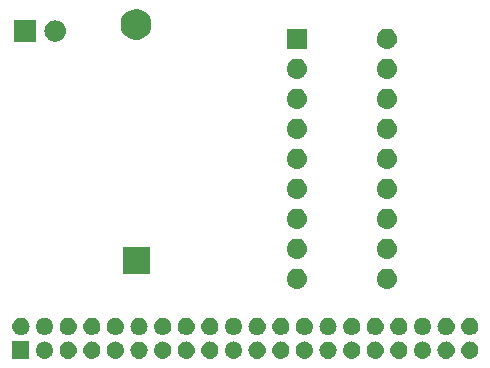
<source format=gbs>
G04 #@! TF.GenerationSoftware,KiCad,Pcbnew,5.0.2-bee76a0~70~ubuntu16.04.1*
G04 #@! TF.CreationDate,2019-02-17T17:32:44+01:00*
G04 #@! TF.ProjectId,OpenA1200RTC,4f70656e-4131-4323-9030-5254432e6b69,1.0*
G04 #@! TF.SameCoordinates,Original*
G04 #@! TF.FileFunction,Soldermask,Bot*
G04 #@! TF.FilePolarity,Negative*
%FSLAX46Y46*%
G04 Gerber Fmt 4.6, Leading zero omitted, Abs format (unit mm)*
G04 Created by KiCad (PCBNEW 5.0.2-bee76a0~70~ubuntu16.04.1) date dom 17 feb 2019 17:32:44 CET*
%MOMM*%
%LPD*%
G01*
G04 APERTURE LIST*
%ADD10C,0.100000*%
G04 APERTURE END LIST*
D10*
G36*
X166225391Y-106299001D02*
X166310721Y-106307405D01*
X166447572Y-106348919D01*
X166447574Y-106348920D01*
X166447577Y-106348921D01*
X166573696Y-106416332D01*
X166684243Y-106507057D01*
X166774968Y-106617604D01*
X166842379Y-106743723D01*
X166842380Y-106743726D01*
X166842381Y-106743728D01*
X166883895Y-106880579D01*
X166897912Y-107022900D01*
X166883895Y-107165221D01*
X166842381Y-107302072D01*
X166842379Y-107302077D01*
X166774968Y-107428196D01*
X166684243Y-107538743D01*
X166573696Y-107629468D01*
X166447577Y-107696879D01*
X166447574Y-107696880D01*
X166447572Y-107696881D01*
X166310721Y-107738395D01*
X166225391Y-107746799D01*
X166204060Y-107748900D01*
X166132740Y-107748900D01*
X166111409Y-107746799D01*
X166026079Y-107738395D01*
X165889228Y-107696881D01*
X165889226Y-107696880D01*
X165889223Y-107696879D01*
X165763104Y-107629468D01*
X165652557Y-107538743D01*
X165561832Y-107428196D01*
X165494421Y-107302077D01*
X165494419Y-107302072D01*
X165452905Y-107165221D01*
X165438888Y-107022900D01*
X165452905Y-106880579D01*
X165494419Y-106743728D01*
X165494420Y-106743726D01*
X165494421Y-106743723D01*
X165561832Y-106617604D01*
X165652557Y-106507057D01*
X165763104Y-106416332D01*
X165889223Y-106348921D01*
X165889226Y-106348920D01*
X165889228Y-106348919D01*
X166026079Y-106307405D01*
X166111409Y-106299001D01*
X166132740Y-106296900D01*
X166204060Y-106296900D01*
X166225391Y-106299001D01*
X166225391Y-106299001D01*
G37*
G36*
X146225391Y-106299001D02*
X146310721Y-106307405D01*
X146447572Y-106348919D01*
X146447574Y-106348920D01*
X146447577Y-106348921D01*
X146573696Y-106416332D01*
X146684243Y-106507057D01*
X146774968Y-106617604D01*
X146842379Y-106743723D01*
X146842380Y-106743726D01*
X146842381Y-106743728D01*
X146883895Y-106880579D01*
X146897912Y-107022900D01*
X146883895Y-107165221D01*
X146842381Y-107302072D01*
X146842379Y-107302077D01*
X146774968Y-107428196D01*
X146684243Y-107538743D01*
X146573696Y-107629468D01*
X146447577Y-107696879D01*
X146447574Y-107696880D01*
X146447572Y-107696881D01*
X146310721Y-107738395D01*
X146225391Y-107746799D01*
X146204060Y-107748900D01*
X146132740Y-107748900D01*
X146111409Y-107746799D01*
X146026079Y-107738395D01*
X145889228Y-107696881D01*
X145889226Y-107696880D01*
X145889223Y-107696879D01*
X145763104Y-107629468D01*
X145652557Y-107538743D01*
X145561832Y-107428196D01*
X145494421Y-107302077D01*
X145494419Y-107302072D01*
X145452905Y-107165221D01*
X145438888Y-107022900D01*
X145452905Y-106880579D01*
X145494419Y-106743728D01*
X145494420Y-106743726D01*
X145494421Y-106743723D01*
X145561832Y-106617604D01*
X145652557Y-106507057D01*
X145763104Y-106416332D01*
X145889223Y-106348921D01*
X145889226Y-106348920D01*
X145889228Y-106348919D01*
X146026079Y-106307405D01*
X146111409Y-106299001D01*
X146132740Y-106296900D01*
X146204060Y-106296900D01*
X146225391Y-106299001D01*
X146225391Y-106299001D01*
G37*
G36*
X128894400Y-107748900D02*
X127442400Y-107748900D01*
X127442400Y-106296900D01*
X128894400Y-106296900D01*
X128894400Y-107748900D01*
X128894400Y-107748900D01*
G37*
G36*
X130225391Y-106299001D02*
X130310721Y-106307405D01*
X130447572Y-106348919D01*
X130447574Y-106348920D01*
X130447577Y-106348921D01*
X130573696Y-106416332D01*
X130684243Y-106507057D01*
X130774968Y-106617604D01*
X130842379Y-106743723D01*
X130842380Y-106743726D01*
X130842381Y-106743728D01*
X130883895Y-106880579D01*
X130897912Y-107022900D01*
X130883895Y-107165221D01*
X130842381Y-107302072D01*
X130842379Y-107302077D01*
X130774968Y-107428196D01*
X130684243Y-107538743D01*
X130573696Y-107629468D01*
X130447577Y-107696879D01*
X130447574Y-107696880D01*
X130447572Y-107696881D01*
X130310721Y-107738395D01*
X130225391Y-107746799D01*
X130204060Y-107748900D01*
X130132740Y-107748900D01*
X130111409Y-107746799D01*
X130026079Y-107738395D01*
X129889228Y-107696881D01*
X129889226Y-107696880D01*
X129889223Y-107696879D01*
X129763104Y-107629468D01*
X129652557Y-107538743D01*
X129561832Y-107428196D01*
X129494421Y-107302077D01*
X129494419Y-107302072D01*
X129452905Y-107165221D01*
X129438888Y-107022900D01*
X129452905Y-106880579D01*
X129494419Y-106743728D01*
X129494420Y-106743726D01*
X129494421Y-106743723D01*
X129561832Y-106617604D01*
X129652557Y-106507057D01*
X129763104Y-106416332D01*
X129889223Y-106348921D01*
X129889226Y-106348920D01*
X129889228Y-106348919D01*
X130026079Y-106307405D01*
X130111409Y-106299001D01*
X130132740Y-106296900D01*
X130204060Y-106296900D01*
X130225391Y-106299001D01*
X130225391Y-106299001D01*
G37*
G36*
X132225391Y-106299001D02*
X132310721Y-106307405D01*
X132447572Y-106348919D01*
X132447574Y-106348920D01*
X132447577Y-106348921D01*
X132573696Y-106416332D01*
X132684243Y-106507057D01*
X132774968Y-106617604D01*
X132842379Y-106743723D01*
X132842380Y-106743726D01*
X132842381Y-106743728D01*
X132883895Y-106880579D01*
X132897912Y-107022900D01*
X132883895Y-107165221D01*
X132842381Y-107302072D01*
X132842379Y-107302077D01*
X132774968Y-107428196D01*
X132684243Y-107538743D01*
X132573696Y-107629468D01*
X132447577Y-107696879D01*
X132447574Y-107696880D01*
X132447572Y-107696881D01*
X132310721Y-107738395D01*
X132225391Y-107746799D01*
X132204060Y-107748900D01*
X132132740Y-107748900D01*
X132111409Y-107746799D01*
X132026079Y-107738395D01*
X131889228Y-107696881D01*
X131889226Y-107696880D01*
X131889223Y-107696879D01*
X131763104Y-107629468D01*
X131652557Y-107538743D01*
X131561832Y-107428196D01*
X131494421Y-107302077D01*
X131494419Y-107302072D01*
X131452905Y-107165221D01*
X131438888Y-107022900D01*
X131452905Y-106880579D01*
X131494419Y-106743728D01*
X131494420Y-106743726D01*
X131494421Y-106743723D01*
X131561832Y-106617604D01*
X131652557Y-106507057D01*
X131763104Y-106416332D01*
X131889223Y-106348921D01*
X131889226Y-106348920D01*
X131889228Y-106348919D01*
X132026079Y-106307405D01*
X132111409Y-106299001D01*
X132132740Y-106296900D01*
X132204060Y-106296900D01*
X132225391Y-106299001D01*
X132225391Y-106299001D01*
G37*
G36*
X134225391Y-106299001D02*
X134310721Y-106307405D01*
X134447572Y-106348919D01*
X134447574Y-106348920D01*
X134447577Y-106348921D01*
X134573696Y-106416332D01*
X134684243Y-106507057D01*
X134774968Y-106617604D01*
X134842379Y-106743723D01*
X134842380Y-106743726D01*
X134842381Y-106743728D01*
X134883895Y-106880579D01*
X134897912Y-107022900D01*
X134883895Y-107165221D01*
X134842381Y-107302072D01*
X134842379Y-107302077D01*
X134774968Y-107428196D01*
X134684243Y-107538743D01*
X134573696Y-107629468D01*
X134447577Y-107696879D01*
X134447574Y-107696880D01*
X134447572Y-107696881D01*
X134310721Y-107738395D01*
X134225391Y-107746799D01*
X134204060Y-107748900D01*
X134132740Y-107748900D01*
X134111409Y-107746799D01*
X134026079Y-107738395D01*
X133889228Y-107696881D01*
X133889226Y-107696880D01*
X133889223Y-107696879D01*
X133763104Y-107629468D01*
X133652557Y-107538743D01*
X133561832Y-107428196D01*
X133494421Y-107302077D01*
X133494419Y-107302072D01*
X133452905Y-107165221D01*
X133438888Y-107022900D01*
X133452905Y-106880579D01*
X133494419Y-106743728D01*
X133494420Y-106743726D01*
X133494421Y-106743723D01*
X133561832Y-106617604D01*
X133652557Y-106507057D01*
X133763104Y-106416332D01*
X133889223Y-106348921D01*
X133889226Y-106348920D01*
X133889228Y-106348919D01*
X134026079Y-106307405D01*
X134111409Y-106299001D01*
X134132740Y-106296900D01*
X134204060Y-106296900D01*
X134225391Y-106299001D01*
X134225391Y-106299001D01*
G37*
G36*
X136225391Y-106299001D02*
X136310721Y-106307405D01*
X136447572Y-106348919D01*
X136447574Y-106348920D01*
X136447577Y-106348921D01*
X136573696Y-106416332D01*
X136684243Y-106507057D01*
X136774968Y-106617604D01*
X136842379Y-106743723D01*
X136842380Y-106743726D01*
X136842381Y-106743728D01*
X136883895Y-106880579D01*
X136897912Y-107022900D01*
X136883895Y-107165221D01*
X136842381Y-107302072D01*
X136842379Y-107302077D01*
X136774968Y-107428196D01*
X136684243Y-107538743D01*
X136573696Y-107629468D01*
X136447577Y-107696879D01*
X136447574Y-107696880D01*
X136447572Y-107696881D01*
X136310721Y-107738395D01*
X136225391Y-107746799D01*
X136204060Y-107748900D01*
X136132740Y-107748900D01*
X136111409Y-107746799D01*
X136026079Y-107738395D01*
X135889228Y-107696881D01*
X135889226Y-107696880D01*
X135889223Y-107696879D01*
X135763104Y-107629468D01*
X135652557Y-107538743D01*
X135561832Y-107428196D01*
X135494421Y-107302077D01*
X135494419Y-107302072D01*
X135452905Y-107165221D01*
X135438888Y-107022900D01*
X135452905Y-106880579D01*
X135494419Y-106743728D01*
X135494420Y-106743726D01*
X135494421Y-106743723D01*
X135561832Y-106617604D01*
X135652557Y-106507057D01*
X135763104Y-106416332D01*
X135889223Y-106348921D01*
X135889226Y-106348920D01*
X135889228Y-106348919D01*
X136026079Y-106307405D01*
X136111409Y-106299001D01*
X136132740Y-106296900D01*
X136204060Y-106296900D01*
X136225391Y-106299001D01*
X136225391Y-106299001D01*
G37*
G36*
X138225391Y-106299001D02*
X138310721Y-106307405D01*
X138447572Y-106348919D01*
X138447574Y-106348920D01*
X138447577Y-106348921D01*
X138573696Y-106416332D01*
X138684243Y-106507057D01*
X138774968Y-106617604D01*
X138842379Y-106743723D01*
X138842380Y-106743726D01*
X138842381Y-106743728D01*
X138883895Y-106880579D01*
X138897912Y-107022900D01*
X138883895Y-107165221D01*
X138842381Y-107302072D01*
X138842379Y-107302077D01*
X138774968Y-107428196D01*
X138684243Y-107538743D01*
X138573696Y-107629468D01*
X138447577Y-107696879D01*
X138447574Y-107696880D01*
X138447572Y-107696881D01*
X138310721Y-107738395D01*
X138225391Y-107746799D01*
X138204060Y-107748900D01*
X138132740Y-107748900D01*
X138111409Y-107746799D01*
X138026079Y-107738395D01*
X137889228Y-107696881D01*
X137889226Y-107696880D01*
X137889223Y-107696879D01*
X137763104Y-107629468D01*
X137652557Y-107538743D01*
X137561832Y-107428196D01*
X137494421Y-107302077D01*
X137494419Y-107302072D01*
X137452905Y-107165221D01*
X137438888Y-107022900D01*
X137452905Y-106880579D01*
X137494419Y-106743728D01*
X137494420Y-106743726D01*
X137494421Y-106743723D01*
X137561832Y-106617604D01*
X137652557Y-106507057D01*
X137763104Y-106416332D01*
X137889223Y-106348921D01*
X137889226Y-106348920D01*
X137889228Y-106348919D01*
X138026079Y-106307405D01*
X138111409Y-106299001D01*
X138132740Y-106296900D01*
X138204060Y-106296900D01*
X138225391Y-106299001D01*
X138225391Y-106299001D01*
G37*
G36*
X140225391Y-106299001D02*
X140310721Y-106307405D01*
X140447572Y-106348919D01*
X140447574Y-106348920D01*
X140447577Y-106348921D01*
X140573696Y-106416332D01*
X140684243Y-106507057D01*
X140774968Y-106617604D01*
X140842379Y-106743723D01*
X140842380Y-106743726D01*
X140842381Y-106743728D01*
X140883895Y-106880579D01*
X140897912Y-107022900D01*
X140883895Y-107165221D01*
X140842381Y-107302072D01*
X140842379Y-107302077D01*
X140774968Y-107428196D01*
X140684243Y-107538743D01*
X140573696Y-107629468D01*
X140447577Y-107696879D01*
X140447574Y-107696880D01*
X140447572Y-107696881D01*
X140310721Y-107738395D01*
X140225391Y-107746799D01*
X140204060Y-107748900D01*
X140132740Y-107748900D01*
X140111409Y-107746799D01*
X140026079Y-107738395D01*
X139889228Y-107696881D01*
X139889226Y-107696880D01*
X139889223Y-107696879D01*
X139763104Y-107629468D01*
X139652557Y-107538743D01*
X139561832Y-107428196D01*
X139494421Y-107302077D01*
X139494419Y-107302072D01*
X139452905Y-107165221D01*
X139438888Y-107022900D01*
X139452905Y-106880579D01*
X139494419Y-106743728D01*
X139494420Y-106743726D01*
X139494421Y-106743723D01*
X139561832Y-106617604D01*
X139652557Y-106507057D01*
X139763104Y-106416332D01*
X139889223Y-106348921D01*
X139889226Y-106348920D01*
X139889228Y-106348919D01*
X140026079Y-106307405D01*
X140111409Y-106299001D01*
X140132740Y-106296900D01*
X140204060Y-106296900D01*
X140225391Y-106299001D01*
X140225391Y-106299001D01*
G37*
G36*
X142225391Y-106299001D02*
X142310721Y-106307405D01*
X142447572Y-106348919D01*
X142447574Y-106348920D01*
X142447577Y-106348921D01*
X142573696Y-106416332D01*
X142684243Y-106507057D01*
X142774968Y-106617604D01*
X142842379Y-106743723D01*
X142842380Y-106743726D01*
X142842381Y-106743728D01*
X142883895Y-106880579D01*
X142897912Y-107022900D01*
X142883895Y-107165221D01*
X142842381Y-107302072D01*
X142842379Y-107302077D01*
X142774968Y-107428196D01*
X142684243Y-107538743D01*
X142573696Y-107629468D01*
X142447577Y-107696879D01*
X142447574Y-107696880D01*
X142447572Y-107696881D01*
X142310721Y-107738395D01*
X142225391Y-107746799D01*
X142204060Y-107748900D01*
X142132740Y-107748900D01*
X142111409Y-107746799D01*
X142026079Y-107738395D01*
X141889228Y-107696881D01*
X141889226Y-107696880D01*
X141889223Y-107696879D01*
X141763104Y-107629468D01*
X141652557Y-107538743D01*
X141561832Y-107428196D01*
X141494421Y-107302077D01*
X141494419Y-107302072D01*
X141452905Y-107165221D01*
X141438888Y-107022900D01*
X141452905Y-106880579D01*
X141494419Y-106743728D01*
X141494420Y-106743726D01*
X141494421Y-106743723D01*
X141561832Y-106617604D01*
X141652557Y-106507057D01*
X141763104Y-106416332D01*
X141889223Y-106348921D01*
X141889226Y-106348920D01*
X141889228Y-106348919D01*
X142026079Y-106307405D01*
X142111409Y-106299001D01*
X142132740Y-106296900D01*
X142204060Y-106296900D01*
X142225391Y-106299001D01*
X142225391Y-106299001D01*
G37*
G36*
X144225391Y-106299001D02*
X144310721Y-106307405D01*
X144447572Y-106348919D01*
X144447574Y-106348920D01*
X144447577Y-106348921D01*
X144573696Y-106416332D01*
X144684243Y-106507057D01*
X144774968Y-106617604D01*
X144842379Y-106743723D01*
X144842380Y-106743726D01*
X144842381Y-106743728D01*
X144883895Y-106880579D01*
X144897912Y-107022900D01*
X144883895Y-107165221D01*
X144842381Y-107302072D01*
X144842379Y-107302077D01*
X144774968Y-107428196D01*
X144684243Y-107538743D01*
X144573696Y-107629468D01*
X144447577Y-107696879D01*
X144447574Y-107696880D01*
X144447572Y-107696881D01*
X144310721Y-107738395D01*
X144225391Y-107746799D01*
X144204060Y-107748900D01*
X144132740Y-107748900D01*
X144111409Y-107746799D01*
X144026079Y-107738395D01*
X143889228Y-107696881D01*
X143889226Y-107696880D01*
X143889223Y-107696879D01*
X143763104Y-107629468D01*
X143652557Y-107538743D01*
X143561832Y-107428196D01*
X143494421Y-107302077D01*
X143494419Y-107302072D01*
X143452905Y-107165221D01*
X143438888Y-107022900D01*
X143452905Y-106880579D01*
X143494419Y-106743728D01*
X143494420Y-106743726D01*
X143494421Y-106743723D01*
X143561832Y-106617604D01*
X143652557Y-106507057D01*
X143763104Y-106416332D01*
X143889223Y-106348921D01*
X143889226Y-106348920D01*
X143889228Y-106348919D01*
X144026079Y-106307405D01*
X144111409Y-106299001D01*
X144132740Y-106296900D01*
X144204060Y-106296900D01*
X144225391Y-106299001D01*
X144225391Y-106299001D01*
G37*
G36*
X150225391Y-106299001D02*
X150310721Y-106307405D01*
X150447572Y-106348919D01*
X150447574Y-106348920D01*
X150447577Y-106348921D01*
X150573696Y-106416332D01*
X150684243Y-106507057D01*
X150774968Y-106617604D01*
X150842379Y-106743723D01*
X150842380Y-106743726D01*
X150842381Y-106743728D01*
X150883895Y-106880579D01*
X150897912Y-107022900D01*
X150883895Y-107165221D01*
X150842381Y-107302072D01*
X150842379Y-107302077D01*
X150774968Y-107428196D01*
X150684243Y-107538743D01*
X150573696Y-107629468D01*
X150447577Y-107696879D01*
X150447574Y-107696880D01*
X150447572Y-107696881D01*
X150310721Y-107738395D01*
X150225391Y-107746799D01*
X150204060Y-107748900D01*
X150132740Y-107748900D01*
X150111409Y-107746799D01*
X150026079Y-107738395D01*
X149889228Y-107696881D01*
X149889226Y-107696880D01*
X149889223Y-107696879D01*
X149763104Y-107629468D01*
X149652557Y-107538743D01*
X149561832Y-107428196D01*
X149494421Y-107302077D01*
X149494419Y-107302072D01*
X149452905Y-107165221D01*
X149438888Y-107022900D01*
X149452905Y-106880579D01*
X149494419Y-106743728D01*
X149494420Y-106743726D01*
X149494421Y-106743723D01*
X149561832Y-106617604D01*
X149652557Y-106507057D01*
X149763104Y-106416332D01*
X149889223Y-106348921D01*
X149889226Y-106348920D01*
X149889228Y-106348919D01*
X150026079Y-106307405D01*
X150111409Y-106299001D01*
X150132740Y-106296900D01*
X150204060Y-106296900D01*
X150225391Y-106299001D01*
X150225391Y-106299001D01*
G37*
G36*
X152225391Y-106299001D02*
X152310721Y-106307405D01*
X152447572Y-106348919D01*
X152447574Y-106348920D01*
X152447577Y-106348921D01*
X152573696Y-106416332D01*
X152684243Y-106507057D01*
X152774968Y-106617604D01*
X152842379Y-106743723D01*
X152842380Y-106743726D01*
X152842381Y-106743728D01*
X152883895Y-106880579D01*
X152897912Y-107022900D01*
X152883895Y-107165221D01*
X152842381Y-107302072D01*
X152842379Y-107302077D01*
X152774968Y-107428196D01*
X152684243Y-107538743D01*
X152573696Y-107629468D01*
X152447577Y-107696879D01*
X152447574Y-107696880D01*
X152447572Y-107696881D01*
X152310721Y-107738395D01*
X152225391Y-107746799D01*
X152204060Y-107748900D01*
X152132740Y-107748900D01*
X152111409Y-107746799D01*
X152026079Y-107738395D01*
X151889228Y-107696881D01*
X151889226Y-107696880D01*
X151889223Y-107696879D01*
X151763104Y-107629468D01*
X151652557Y-107538743D01*
X151561832Y-107428196D01*
X151494421Y-107302077D01*
X151494419Y-107302072D01*
X151452905Y-107165221D01*
X151438888Y-107022900D01*
X151452905Y-106880579D01*
X151494419Y-106743728D01*
X151494420Y-106743726D01*
X151494421Y-106743723D01*
X151561832Y-106617604D01*
X151652557Y-106507057D01*
X151763104Y-106416332D01*
X151889223Y-106348921D01*
X151889226Y-106348920D01*
X151889228Y-106348919D01*
X152026079Y-106307405D01*
X152111409Y-106299001D01*
X152132740Y-106296900D01*
X152204060Y-106296900D01*
X152225391Y-106299001D01*
X152225391Y-106299001D01*
G37*
G36*
X154225391Y-106299001D02*
X154310721Y-106307405D01*
X154447572Y-106348919D01*
X154447574Y-106348920D01*
X154447577Y-106348921D01*
X154573696Y-106416332D01*
X154684243Y-106507057D01*
X154774968Y-106617604D01*
X154842379Y-106743723D01*
X154842380Y-106743726D01*
X154842381Y-106743728D01*
X154883895Y-106880579D01*
X154897912Y-107022900D01*
X154883895Y-107165221D01*
X154842381Y-107302072D01*
X154842379Y-107302077D01*
X154774968Y-107428196D01*
X154684243Y-107538743D01*
X154573696Y-107629468D01*
X154447577Y-107696879D01*
X154447574Y-107696880D01*
X154447572Y-107696881D01*
X154310721Y-107738395D01*
X154225391Y-107746799D01*
X154204060Y-107748900D01*
X154132740Y-107748900D01*
X154111409Y-107746799D01*
X154026079Y-107738395D01*
X153889228Y-107696881D01*
X153889226Y-107696880D01*
X153889223Y-107696879D01*
X153763104Y-107629468D01*
X153652557Y-107538743D01*
X153561832Y-107428196D01*
X153494421Y-107302077D01*
X153494419Y-107302072D01*
X153452905Y-107165221D01*
X153438888Y-107022900D01*
X153452905Y-106880579D01*
X153494419Y-106743728D01*
X153494420Y-106743726D01*
X153494421Y-106743723D01*
X153561832Y-106617604D01*
X153652557Y-106507057D01*
X153763104Y-106416332D01*
X153889223Y-106348921D01*
X153889226Y-106348920D01*
X153889228Y-106348919D01*
X154026079Y-106307405D01*
X154111409Y-106299001D01*
X154132740Y-106296900D01*
X154204060Y-106296900D01*
X154225391Y-106299001D01*
X154225391Y-106299001D01*
G37*
G36*
X156225391Y-106299001D02*
X156310721Y-106307405D01*
X156447572Y-106348919D01*
X156447574Y-106348920D01*
X156447577Y-106348921D01*
X156573696Y-106416332D01*
X156684243Y-106507057D01*
X156774968Y-106617604D01*
X156842379Y-106743723D01*
X156842380Y-106743726D01*
X156842381Y-106743728D01*
X156883895Y-106880579D01*
X156897912Y-107022900D01*
X156883895Y-107165221D01*
X156842381Y-107302072D01*
X156842379Y-107302077D01*
X156774968Y-107428196D01*
X156684243Y-107538743D01*
X156573696Y-107629468D01*
X156447577Y-107696879D01*
X156447574Y-107696880D01*
X156447572Y-107696881D01*
X156310721Y-107738395D01*
X156225391Y-107746799D01*
X156204060Y-107748900D01*
X156132740Y-107748900D01*
X156111409Y-107746799D01*
X156026079Y-107738395D01*
X155889228Y-107696881D01*
X155889226Y-107696880D01*
X155889223Y-107696879D01*
X155763104Y-107629468D01*
X155652557Y-107538743D01*
X155561832Y-107428196D01*
X155494421Y-107302077D01*
X155494419Y-107302072D01*
X155452905Y-107165221D01*
X155438888Y-107022900D01*
X155452905Y-106880579D01*
X155494419Y-106743728D01*
X155494420Y-106743726D01*
X155494421Y-106743723D01*
X155561832Y-106617604D01*
X155652557Y-106507057D01*
X155763104Y-106416332D01*
X155889223Y-106348921D01*
X155889226Y-106348920D01*
X155889228Y-106348919D01*
X156026079Y-106307405D01*
X156111409Y-106299001D01*
X156132740Y-106296900D01*
X156204060Y-106296900D01*
X156225391Y-106299001D01*
X156225391Y-106299001D01*
G37*
G36*
X158225391Y-106299001D02*
X158310721Y-106307405D01*
X158447572Y-106348919D01*
X158447574Y-106348920D01*
X158447577Y-106348921D01*
X158573696Y-106416332D01*
X158684243Y-106507057D01*
X158774968Y-106617604D01*
X158842379Y-106743723D01*
X158842380Y-106743726D01*
X158842381Y-106743728D01*
X158883895Y-106880579D01*
X158897912Y-107022900D01*
X158883895Y-107165221D01*
X158842381Y-107302072D01*
X158842379Y-107302077D01*
X158774968Y-107428196D01*
X158684243Y-107538743D01*
X158573696Y-107629468D01*
X158447577Y-107696879D01*
X158447574Y-107696880D01*
X158447572Y-107696881D01*
X158310721Y-107738395D01*
X158225391Y-107746799D01*
X158204060Y-107748900D01*
X158132740Y-107748900D01*
X158111409Y-107746799D01*
X158026079Y-107738395D01*
X157889228Y-107696881D01*
X157889226Y-107696880D01*
X157889223Y-107696879D01*
X157763104Y-107629468D01*
X157652557Y-107538743D01*
X157561832Y-107428196D01*
X157494421Y-107302077D01*
X157494419Y-107302072D01*
X157452905Y-107165221D01*
X157438888Y-107022900D01*
X157452905Y-106880579D01*
X157494419Y-106743728D01*
X157494420Y-106743726D01*
X157494421Y-106743723D01*
X157561832Y-106617604D01*
X157652557Y-106507057D01*
X157763104Y-106416332D01*
X157889223Y-106348921D01*
X157889226Y-106348920D01*
X157889228Y-106348919D01*
X158026079Y-106307405D01*
X158111409Y-106299001D01*
X158132740Y-106296900D01*
X158204060Y-106296900D01*
X158225391Y-106299001D01*
X158225391Y-106299001D01*
G37*
G36*
X160225391Y-106299001D02*
X160310721Y-106307405D01*
X160447572Y-106348919D01*
X160447574Y-106348920D01*
X160447577Y-106348921D01*
X160573696Y-106416332D01*
X160684243Y-106507057D01*
X160774968Y-106617604D01*
X160842379Y-106743723D01*
X160842380Y-106743726D01*
X160842381Y-106743728D01*
X160883895Y-106880579D01*
X160897912Y-107022900D01*
X160883895Y-107165221D01*
X160842381Y-107302072D01*
X160842379Y-107302077D01*
X160774968Y-107428196D01*
X160684243Y-107538743D01*
X160573696Y-107629468D01*
X160447577Y-107696879D01*
X160447574Y-107696880D01*
X160447572Y-107696881D01*
X160310721Y-107738395D01*
X160225391Y-107746799D01*
X160204060Y-107748900D01*
X160132740Y-107748900D01*
X160111409Y-107746799D01*
X160026079Y-107738395D01*
X159889228Y-107696881D01*
X159889226Y-107696880D01*
X159889223Y-107696879D01*
X159763104Y-107629468D01*
X159652557Y-107538743D01*
X159561832Y-107428196D01*
X159494421Y-107302077D01*
X159494419Y-107302072D01*
X159452905Y-107165221D01*
X159438888Y-107022900D01*
X159452905Y-106880579D01*
X159494419Y-106743728D01*
X159494420Y-106743726D01*
X159494421Y-106743723D01*
X159561832Y-106617604D01*
X159652557Y-106507057D01*
X159763104Y-106416332D01*
X159889223Y-106348921D01*
X159889226Y-106348920D01*
X159889228Y-106348919D01*
X160026079Y-106307405D01*
X160111409Y-106299001D01*
X160132740Y-106296900D01*
X160204060Y-106296900D01*
X160225391Y-106299001D01*
X160225391Y-106299001D01*
G37*
G36*
X162225391Y-106299001D02*
X162310721Y-106307405D01*
X162447572Y-106348919D01*
X162447574Y-106348920D01*
X162447577Y-106348921D01*
X162573696Y-106416332D01*
X162684243Y-106507057D01*
X162774968Y-106617604D01*
X162842379Y-106743723D01*
X162842380Y-106743726D01*
X162842381Y-106743728D01*
X162883895Y-106880579D01*
X162897912Y-107022900D01*
X162883895Y-107165221D01*
X162842381Y-107302072D01*
X162842379Y-107302077D01*
X162774968Y-107428196D01*
X162684243Y-107538743D01*
X162573696Y-107629468D01*
X162447577Y-107696879D01*
X162447574Y-107696880D01*
X162447572Y-107696881D01*
X162310721Y-107738395D01*
X162225391Y-107746799D01*
X162204060Y-107748900D01*
X162132740Y-107748900D01*
X162111409Y-107746799D01*
X162026079Y-107738395D01*
X161889228Y-107696881D01*
X161889226Y-107696880D01*
X161889223Y-107696879D01*
X161763104Y-107629468D01*
X161652557Y-107538743D01*
X161561832Y-107428196D01*
X161494421Y-107302077D01*
X161494419Y-107302072D01*
X161452905Y-107165221D01*
X161438888Y-107022900D01*
X161452905Y-106880579D01*
X161494419Y-106743728D01*
X161494420Y-106743726D01*
X161494421Y-106743723D01*
X161561832Y-106617604D01*
X161652557Y-106507057D01*
X161763104Y-106416332D01*
X161889223Y-106348921D01*
X161889226Y-106348920D01*
X161889228Y-106348919D01*
X162026079Y-106307405D01*
X162111409Y-106299001D01*
X162132740Y-106296900D01*
X162204060Y-106296900D01*
X162225391Y-106299001D01*
X162225391Y-106299001D01*
G37*
G36*
X164225391Y-106299001D02*
X164310721Y-106307405D01*
X164447572Y-106348919D01*
X164447574Y-106348920D01*
X164447577Y-106348921D01*
X164573696Y-106416332D01*
X164684243Y-106507057D01*
X164774968Y-106617604D01*
X164842379Y-106743723D01*
X164842380Y-106743726D01*
X164842381Y-106743728D01*
X164883895Y-106880579D01*
X164897912Y-107022900D01*
X164883895Y-107165221D01*
X164842381Y-107302072D01*
X164842379Y-107302077D01*
X164774968Y-107428196D01*
X164684243Y-107538743D01*
X164573696Y-107629468D01*
X164447577Y-107696879D01*
X164447574Y-107696880D01*
X164447572Y-107696881D01*
X164310721Y-107738395D01*
X164225391Y-107746799D01*
X164204060Y-107748900D01*
X164132740Y-107748900D01*
X164111409Y-107746799D01*
X164026079Y-107738395D01*
X163889228Y-107696881D01*
X163889226Y-107696880D01*
X163889223Y-107696879D01*
X163763104Y-107629468D01*
X163652557Y-107538743D01*
X163561832Y-107428196D01*
X163494421Y-107302077D01*
X163494419Y-107302072D01*
X163452905Y-107165221D01*
X163438888Y-107022900D01*
X163452905Y-106880579D01*
X163494419Y-106743728D01*
X163494420Y-106743726D01*
X163494421Y-106743723D01*
X163561832Y-106617604D01*
X163652557Y-106507057D01*
X163763104Y-106416332D01*
X163889223Y-106348921D01*
X163889226Y-106348920D01*
X163889228Y-106348919D01*
X164026079Y-106307405D01*
X164111409Y-106299001D01*
X164132740Y-106296900D01*
X164204060Y-106296900D01*
X164225391Y-106299001D01*
X164225391Y-106299001D01*
G37*
G36*
X148225391Y-106299001D02*
X148310721Y-106307405D01*
X148447572Y-106348919D01*
X148447574Y-106348920D01*
X148447577Y-106348921D01*
X148573696Y-106416332D01*
X148684243Y-106507057D01*
X148774968Y-106617604D01*
X148842379Y-106743723D01*
X148842380Y-106743726D01*
X148842381Y-106743728D01*
X148883895Y-106880579D01*
X148897912Y-107022900D01*
X148883895Y-107165221D01*
X148842381Y-107302072D01*
X148842379Y-107302077D01*
X148774968Y-107428196D01*
X148684243Y-107538743D01*
X148573696Y-107629468D01*
X148447577Y-107696879D01*
X148447574Y-107696880D01*
X148447572Y-107696881D01*
X148310721Y-107738395D01*
X148225391Y-107746799D01*
X148204060Y-107748900D01*
X148132740Y-107748900D01*
X148111409Y-107746799D01*
X148026079Y-107738395D01*
X147889228Y-107696881D01*
X147889226Y-107696880D01*
X147889223Y-107696879D01*
X147763104Y-107629468D01*
X147652557Y-107538743D01*
X147561832Y-107428196D01*
X147494421Y-107302077D01*
X147494419Y-107302072D01*
X147452905Y-107165221D01*
X147438888Y-107022900D01*
X147452905Y-106880579D01*
X147494419Y-106743728D01*
X147494420Y-106743726D01*
X147494421Y-106743723D01*
X147561832Y-106617604D01*
X147652557Y-106507057D01*
X147763104Y-106416332D01*
X147889223Y-106348921D01*
X147889226Y-106348920D01*
X147889228Y-106348919D01*
X148026079Y-106307405D01*
X148111409Y-106299001D01*
X148132740Y-106296900D01*
X148204060Y-106296900D01*
X148225391Y-106299001D01*
X148225391Y-106299001D01*
G37*
G36*
X146225391Y-104299001D02*
X146310721Y-104307405D01*
X146447572Y-104348919D01*
X146447574Y-104348920D01*
X146447577Y-104348921D01*
X146573696Y-104416332D01*
X146684243Y-104507057D01*
X146774968Y-104617604D01*
X146842379Y-104743723D01*
X146842380Y-104743726D01*
X146842381Y-104743728D01*
X146883895Y-104880579D01*
X146897912Y-105022900D01*
X146883895Y-105165221D01*
X146842381Y-105302072D01*
X146842379Y-105302077D01*
X146774968Y-105428196D01*
X146684243Y-105538743D01*
X146573696Y-105629468D01*
X146447577Y-105696879D01*
X146447574Y-105696880D01*
X146447572Y-105696881D01*
X146310721Y-105738395D01*
X146225391Y-105746799D01*
X146204060Y-105748900D01*
X146132740Y-105748900D01*
X146111409Y-105746799D01*
X146026079Y-105738395D01*
X145889228Y-105696881D01*
X145889226Y-105696880D01*
X145889223Y-105696879D01*
X145763104Y-105629468D01*
X145652557Y-105538743D01*
X145561832Y-105428196D01*
X145494421Y-105302077D01*
X145494419Y-105302072D01*
X145452905Y-105165221D01*
X145438888Y-105022900D01*
X145452905Y-104880579D01*
X145494419Y-104743728D01*
X145494420Y-104743726D01*
X145494421Y-104743723D01*
X145561832Y-104617604D01*
X145652557Y-104507057D01*
X145763104Y-104416332D01*
X145889223Y-104348921D01*
X145889226Y-104348920D01*
X145889228Y-104348919D01*
X146026079Y-104307405D01*
X146111409Y-104299001D01*
X146132740Y-104296900D01*
X146204060Y-104296900D01*
X146225391Y-104299001D01*
X146225391Y-104299001D01*
G37*
G36*
X144225391Y-104299001D02*
X144310721Y-104307405D01*
X144447572Y-104348919D01*
X144447574Y-104348920D01*
X144447577Y-104348921D01*
X144573696Y-104416332D01*
X144684243Y-104507057D01*
X144774968Y-104617604D01*
X144842379Y-104743723D01*
X144842380Y-104743726D01*
X144842381Y-104743728D01*
X144883895Y-104880579D01*
X144897912Y-105022900D01*
X144883895Y-105165221D01*
X144842381Y-105302072D01*
X144842379Y-105302077D01*
X144774968Y-105428196D01*
X144684243Y-105538743D01*
X144573696Y-105629468D01*
X144447577Y-105696879D01*
X144447574Y-105696880D01*
X144447572Y-105696881D01*
X144310721Y-105738395D01*
X144225391Y-105746799D01*
X144204060Y-105748900D01*
X144132740Y-105748900D01*
X144111409Y-105746799D01*
X144026079Y-105738395D01*
X143889228Y-105696881D01*
X143889226Y-105696880D01*
X143889223Y-105696879D01*
X143763104Y-105629468D01*
X143652557Y-105538743D01*
X143561832Y-105428196D01*
X143494421Y-105302077D01*
X143494419Y-105302072D01*
X143452905Y-105165221D01*
X143438888Y-105022900D01*
X143452905Y-104880579D01*
X143494419Y-104743728D01*
X143494420Y-104743726D01*
X143494421Y-104743723D01*
X143561832Y-104617604D01*
X143652557Y-104507057D01*
X143763104Y-104416332D01*
X143889223Y-104348921D01*
X143889226Y-104348920D01*
X143889228Y-104348919D01*
X144026079Y-104307405D01*
X144111409Y-104299001D01*
X144132740Y-104296900D01*
X144204060Y-104296900D01*
X144225391Y-104299001D01*
X144225391Y-104299001D01*
G37*
G36*
X142225391Y-104299001D02*
X142310721Y-104307405D01*
X142447572Y-104348919D01*
X142447574Y-104348920D01*
X142447577Y-104348921D01*
X142573696Y-104416332D01*
X142684243Y-104507057D01*
X142774968Y-104617604D01*
X142842379Y-104743723D01*
X142842380Y-104743726D01*
X142842381Y-104743728D01*
X142883895Y-104880579D01*
X142897912Y-105022900D01*
X142883895Y-105165221D01*
X142842381Y-105302072D01*
X142842379Y-105302077D01*
X142774968Y-105428196D01*
X142684243Y-105538743D01*
X142573696Y-105629468D01*
X142447577Y-105696879D01*
X142447574Y-105696880D01*
X142447572Y-105696881D01*
X142310721Y-105738395D01*
X142225391Y-105746799D01*
X142204060Y-105748900D01*
X142132740Y-105748900D01*
X142111409Y-105746799D01*
X142026079Y-105738395D01*
X141889228Y-105696881D01*
X141889226Y-105696880D01*
X141889223Y-105696879D01*
X141763104Y-105629468D01*
X141652557Y-105538743D01*
X141561832Y-105428196D01*
X141494421Y-105302077D01*
X141494419Y-105302072D01*
X141452905Y-105165221D01*
X141438888Y-105022900D01*
X141452905Y-104880579D01*
X141494419Y-104743728D01*
X141494420Y-104743726D01*
X141494421Y-104743723D01*
X141561832Y-104617604D01*
X141652557Y-104507057D01*
X141763104Y-104416332D01*
X141889223Y-104348921D01*
X141889226Y-104348920D01*
X141889228Y-104348919D01*
X142026079Y-104307405D01*
X142111409Y-104299001D01*
X142132740Y-104296900D01*
X142204060Y-104296900D01*
X142225391Y-104299001D01*
X142225391Y-104299001D01*
G37*
G36*
X140225391Y-104299001D02*
X140310721Y-104307405D01*
X140447572Y-104348919D01*
X140447574Y-104348920D01*
X140447577Y-104348921D01*
X140573696Y-104416332D01*
X140684243Y-104507057D01*
X140774968Y-104617604D01*
X140842379Y-104743723D01*
X140842380Y-104743726D01*
X140842381Y-104743728D01*
X140883895Y-104880579D01*
X140897912Y-105022900D01*
X140883895Y-105165221D01*
X140842381Y-105302072D01*
X140842379Y-105302077D01*
X140774968Y-105428196D01*
X140684243Y-105538743D01*
X140573696Y-105629468D01*
X140447577Y-105696879D01*
X140447574Y-105696880D01*
X140447572Y-105696881D01*
X140310721Y-105738395D01*
X140225391Y-105746799D01*
X140204060Y-105748900D01*
X140132740Y-105748900D01*
X140111409Y-105746799D01*
X140026079Y-105738395D01*
X139889228Y-105696881D01*
X139889226Y-105696880D01*
X139889223Y-105696879D01*
X139763104Y-105629468D01*
X139652557Y-105538743D01*
X139561832Y-105428196D01*
X139494421Y-105302077D01*
X139494419Y-105302072D01*
X139452905Y-105165221D01*
X139438888Y-105022900D01*
X139452905Y-104880579D01*
X139494419Y-104743728D01*
X139494420Y-104743726D01*
X139494421Y-104743723D01*
X139561832Y-104617604D01*
X139652557Y-104507057D01*
X139763104Y-104416332D01*
X139889223Y-104348921D01*
X139889226Y-104348920D01*
X139889228Y-104348919D01*
X140026079Y-104307405D01*
X140111409Y-104299001D01*
X140132740Y-104296900D01*
X140204060Y-104296900D01*
X140225391Y-104299001D01*
X140225391Y-104299001D01*
G37*
G36*
X138225391Y-104299001D02*
X138310721Y-104307405D01*
X138447572Y-104348919D01*
X138447574Y-104348920D01*
X138447577Y-104348921D01*
X138573696Y-104416332D01*
X138684243Y-104507057D01*
X138774968Y-104617604D01*
X138842379Y-104743723D01*
X138842380Y-104743726D01*
X138842381Y-104743728D01*
X138883895Y-104880579D01*
X138897912Y-105022900D01*
X138883895Y-105165221D01*
X138842381Y-105302072D01*
X138842379Y-105302077D01*
X138774968Y-105428196D01*
X138684243Y-105538743D01*
X138573696Y-105629468D01*
X138447577Y-105696879D01*
X138447574Y-105696880D01*
X138447572Y-105696881D01*
X138310721Y-105738395D01*
X138225391Y-105746799D01*
X138204060Y-105748900D01*
X138132740Y-105748900D01*
X138111409Y-105746799D01*
X138026079Y-105738395D01*
X137889228Y-105696881D01*
X137889226Y-105696880D01*
X137889223Y-105696879D01*
X137763104Y-105629468D01*
X137652557Y-105538743D01*
X137561832Y-105428196D01*
X137494421Y-105302077D01*
X137494419Y-105302072D01*
X137452905Y-105165221D01*
X137438888Y-105022900D01*
X137452905Y-104880579D01*
X137494419Y-104743728D01*
X137494420Y-104743726D01*
X137494421Y-104743723D01*
X137561832Y-104617604D01*
X137652557Y-104507057D01*
X137763104Y-104416332D01*
X137889223Y-104348921D01*
X137889226Y-104348920D01*
X137889228Y-104348919D01*
X138026079Y-104307405D01*
X138111409Y-104299001D01*
X138132740Y-104296900D01*
X138204060Y-104296900D01*
X138225391Y-104299001D01*
X138225391Y-104299001D01*
G37*
G36*
X136225391Y-104299001D02*
X136310721Y-104307405D01*
X136447572Y-104348919D01*
X136447574Y-104348920D01*
X136447577Y-104348921D01*
X136573696Y-104416332D01*
X136684243Y-104507057D01*
X136774968Y-104617604D01*
X136842379Y-104743723D01*
X136842380Y-104743726D01*
X136842381Y-104743728D01*
X136883895Y-104880579D01*
X136897912Y-105022900D01*
X136883895Y-105165221D01*
X136842381Y-105302072D01*
X136842379Y-105302077D01*
X136774968Y-105428196D01*
X136684243Y-105538743D01*
X136573696Y-105629468D01*
X136447577Y-105696879D01*
X136447574Y-105696880D01*
X136447572Y-105696881D01*
X136310721Y-105738395D01*
X136225391Y-105746799D01*
X136204060Y-105748900D01*
X136132740Y-105748900D01*
X136111409Y-105746799D01*
X136026079Y-105738395D01*
X135889228Y-105696881D01*
X135889226Y-105696880D01*
X135889223Y-105696879D01*
X135763104Y-105629468D01*
X135652557Y-105538743D01*
X135561832Y-105428196D01*
X135494421Y-105302077D01*
X135494419Y-105302072D01*
X135452905Y-105165221D01*
X135438888Y-105022900D01*
X135452905Y-104880579D01*
X135494419Y-104743728D01*
X135494420Y-104743726D01*
X135494421Y-104743723D01*
X135561832Y-104617604D01*
X135652557Y-104507057D01*
X135763104Y-104416332D01*
X135889223Y-104348921D01*
X135889226Y-104348920D01*
X135889228Y-104348919D01*
X136026079Y-104307405D01*
X136111409Y-104299001D01*
X136132740Y-104296900D01*
X136204060Y-104296900D01*
X136225391Y-104299001D01*
X136225391Y-104299001D01*
G37*
G36*
X134225391Y-104299001D02*
X134310721Y-104307405D01*
X134447572Y-104348919D01*
X134447574Y-104348920D01*
X134447577Y-104348921D01*
X134573696Y-104416332D01*
X134684243Y-104507057D01*
X134774968Y-104617604D01*
X134842379Y-104743723D01*
X134842380Y-104743726D01*
X134842381Y-104743728D01*
X134883895Y-104880579D01*
X134897912Y-105022900D01*
X134883895Y-105165221D01*
X134842381Y-105302072D01*
X134842379Y-105302077D01*
X134774968Y-105428196D01*
X134684243Y-105538743D01*
X134573696Y-105629468D01*
X134447577Y-105696879D01*
X134447574Y-105696880D01*
X134447572Y-105696881D01*
X134310721Y-105738395D01*
X134225391Y-105746799D01*
X134204060Y-105748900D01*
X134132740Y-105748900D01*
X134111409Y-105746799D01*
X134026079Y-105738395D01*
X133889228Y-105696881D01*
X133889226Y-105696880D01*
X133889223Y-105696879D01*
X133763104Y-105629468D01*
X133652557Y-105538743D01*
X133561832Y-105428196D01*
X133494421Y-105302077D01*
X133494419Y-105302072D01*
X133452905Y-105165221D01*
X133438888Y-105022900D01*
X133452905Y-104880579D01*
X133494419Y-104743728D01*
X133494420Y-104743726D01*
X133494421Y-104743723D01*
X133561832Y-104617604D01*
X133652557Y-104507057D01*
X133763104Y-104416332D01*
X133889223Y-104348921D01*
X133889226Y-104348920D01*
X133889228Y-104348919D01*
X134026079Y-104307405D01*
X134111409Y-104299001D01*
X134132740Y-104296900D01*
X134204060Y-104296900D01*
X134225391Y-104299001D01*
X134225391Y-104299001D01*
G37*
G36*
X132225391Y-104299001D02*
X132310721Y-104307405D01*
X132447572Y-104348919D01*
X132447574Y-104348920D01*
X132447577Y-104348921D01*
X132573696Y-104416332D01*
X132684243Y-104507057D01*
X132774968Y-104617604D01*
X132842379Y-104743723D01*
X132842380Y-104743726D01*
X132842381Y-104743728D01*
X132883895Y-104880579D01*
X132897912Y-105022900D01*
X132883895Y-105165221D01*
X132842381Y-105302072D01*
X132842379Y-105302077D01*
X132774968Y-105428196D01*
X132684243Y-105538743D01*
X132573696Y-105629468D01*
X132447577Y-105696879D01*
X132447574Y-105696880D01*
X132447572Y-105696881D01*
X132310721Y-105738395D01*
X132225391Y-105746799D01*
X132204060Y-105748900D01*
X132132740Y-105748900D01*
X132111409Y-105746799D01*
X132026079Y-105738395D01*
X131889228Y-105696881D01*
X131889226Y-105696880D01*
X131889223Y-105696879D01*
X131763104Y-105629468D01*
X131652557Y-105538743D01*
X131561832Y-105428196D01*
X131494421Y-105302077D01*
X131494419Y-105302072D01*
X131452905Y-105165221D01*
X131438888Y-105022900D01*
X131452905Y-104880579D01*
X131494419Y-104743728D01*
X131494420Y-104743726D01*
X131494421Y-104743723D01*
X131561832Y-104617604D01*
X131652557Y-104507057D01*
X131763104Y-104416332D01*
X131889223Y-104348921D01*
X131889226Y-104348920D01*
X131889228Y-104348919D01*
X132026079Y-104307405D01*
X132111409Y-104299001D01*
X132132740Y-104296900D01*
X132204060Y-104296900D01*
X132225391Y-104299001D01*
X132225391Y-104299001D01*
G37*
G36*
X130225391Y-104299001D02*
X130310721Y-104307405D01*
X130447572Y-104348919D01*
X130447574Y-104348920D01*
X130447577Y-104348921D01*
X130573696Y-104416332D01*
X130684243Y-104507057D01*
X130774968Y-104617604D01*
X130842379Y-104743723D01*
X130842380Y-104743726D01*
X130842381Y-104743728D01*
X130883895Y-104880579D01*
X130897912Y-105022900D01*
X130883895Y-105165221D01*
X130842381Y-105302072D01*
X130842379Y-105302077D01*
X130774968Y-105428196D01*
X130684243Y-105538743D01*
X130573696Y-105629468D01*
X130447577Y-105696879D01*
X130447574Y-105696880D01*
X130447572Y-105696881D01*
X130310721Y-105738395D01*
X130225391Y-105746799D01*
X130204060Y-105748900D01*
X130132740Y-105748900D01*
X130111409Y-105746799D01*
X130026079Y-105738395D01*
X129889228Y-105696881D01*
X129889226Y-105696880D01*
X129889223Y-105696879D01*
X129763104Y-105629468D01*
X129652557Y-105538743D01*
X129561832Y-105428196D01*
X129494421Y-105302077D01*
X129494419Y-105302072D01*
X129452905Y-105165221D01*
X129438888Y-105022900D01*
X129452905Y-104880579D01*
X129494419Y-104743728D01*
X129494420Y-104743726D01*
X129494421Y-104743723D01*
X129561832Y-104617604D01*
X129652557Y-104507057D01*
X129763104Y-104416332D01*
X129889223Y-104348921D01*
X129889226Y-104348920D01*
X129889228Y-104348919D01*
X130026079Y-104307405D01*
X130111409Y-104299001D01*
X130132740Y-104296900D01*
X130204060Y-104296900D01*
X130225391Y-104299001D01*
X130225391Y-104299001D01*
G37*
G36*
X128225391Y-104299001D02*
X128310721Y-104307405D01*
X128447572Y-104348919D01*
X128447574Y-104348920D01*
X128447577Y-104348921D01*
X128573696Y-104416332D01*
X128684243Y-104507057D01*
X128774968Y-104617604D01*
X128842379Y-104743723D01*
X128842380Y-104743726D01*
X128842381Y-104743728D01*
X128883895Y-104880579D01*
X128897912Y-105022900D01*
X128883895Y-105165221D01*
X128842381Y-105302072D01*
X128842379Y-105302077D01*
X128774968Y-105428196D01*
X128684243Y-105538743D01*
X128573696Y-105629468D01*
X128447577Y-105696879D01*
X128447574Y-105696880D01*
X128447572Y-105696881D01*
X128310721Y-105738395D01*
X128225391Y-105746799D01*
X128204060Y-105748900D01*
X128132740Y-105748900D01*
X128111409Y-105746799D01*
X128026079Y-105738395D01*
X127889228Y-105696881D01*
X127889226Y-105696880D01*
X127889223Y-105696879D01*
X127763104Y-105629468D01*
X127652557Y-105538743D01*
X127561832Y-105428196D01*
X127494421Y-105302077D01*
X127494419Y-105302072D01*
X127452905Y-105165221D01*
X127438888Y-105022900D01*
X127452905Y-104880579D01*
X127494419Y-104743728D01*
X127494420Y-104743726D01*
X127494421Y-104743723D01*
X127561832Y-104617604D01*
X127652557Y-104507057D01*
X127763104Y-104416332D01*
X127889223Y-104348921D01*
X127889226Y-104348920D01*
X127889228Y-104348919D01*
X128026079Y-104307405D01*
X128111409Y-104299001D01*
X128132740Y-104296900D01*
X128204060Y-104296900D01*
X128225391Y-104299001D01*
X128225391Y-104299001D01*
G37*
G36*
X150225391Y-104299001D02*
X150310721Y-104307405D01*
X150447572Y-104348919D01*
X150447574Y-104348920D01*
X150447577Y-104348921D01*
X150573696Y-104416332D01*
X150684243Y-104507057D01*
X150774968Y-104617604D01*
X150842379Y-104743723D01*
X150842380Y-104743726D01*
X150842381Y-104743728D01*
X150883895Y-104880579D01*
X150897912Y-105022900D01*
X150883895Y-105165221D01*
X150842381Y-105302072D01*
X150842379Y-105302077D01*
X150774968Y-105428196D01*
X150684243Y-105538743D01*
X150573696Y-105629468D01*
X150447577Y-105696879D01*
X150447574Y-105696880D01*
X150447572Y-105696881D01*
X150310721Y-105738395D01*
X150225391Y-105746799D01*
X150204060Y-105748900D01*
X150132740Y-105748900D01*
X150111409Y-105746799D01*
X150026079Y-105738395D01*
X149889228Y-105696881D01*
X149889226Y-105696880D01*
X149889223Y-105696879D01*
X149763104Y-105629468D01*
X149652557Y-105538743D01*
X149561832Y-105428196D01*
X149494421Y-105302077D01*
X149494419Y-105302072D01*
X149452905Y-105165221D01*
X149438888Y-105022900D01*
X149452905Y-104880579D01*
X149494419Y-104743728D01*
X149494420Y-104743726D01*
X149494421Y-104743723D01*
X149561832Y-104617604D01*
X149652557Y-104507057D01*
X149763104Y-104416332D01*
X149889223Y-104348921D01*
X149889226Y-104348920D01*
X149889228Y-104348919D01*
X150026079Y-104307405D01*
X150111409Y-104299001D01*
X150132740Y-104296900D01*
X150204060Y-104296900D01*
X150225391Y-104299001D01*
X150225391Y-104299001D01*
G37*
G36*
X152225391Y-104299001D02*
X152310721Y-104307405D01*
X152447572Y-104348919D01*
X152447574Y-104348920D01*
X152447577Y-104348921D01*
X152573696Y-104416332D01*
X152684243Y-104507057D01*
X152774968Y-104617604D01*
X152842379Y-104743723D01*
X152842380Y-104743726D01*
X152842381Y-104743728D01*
X152883895Y-104880579D01*
X152897912Y-105022900D01*
X152883895Y-105165221D01*
X152842381Y-105302072D01*
X152842379Y-105302077D01*
X152774968Y-105428196D01*
X152684243Y-105538743D01*
X152573696Y-105629468D01*
X152447577Y-105696879D01*
X152447574Y-105696880D01*
X152447572Y-105696881D01*
X152310721Y-105738395D01*
X152225391Y-105746799D01*
X152204060Y-105748900D01*
X152132740Y-105748900D01*
X152111409Y-105746799D01*
X152026079Y-105738395D01*
X151889228Y-105696881D01*
X151889226Y-105696880D01*
X151889223Y-105696879D01*
X151763104Y-105629468D01*
X151652557Y-105538743D01*
X151561832Y-105428196D01*
X151494421Y-105302077D01*
X151494419Y-105302072D01*
X151452905Y-105165221D01*
X151438888Y-105022900D01*
X151452905Y-104880579D01*
X151494419Y-104743728D01*
X151494420Y-104743726D01*
X151494421Y-104743723D01*
X151561832Y-104617604D01*
X151652557Y-104507057D01*
X151763104Y-104416332D01*
X151889223Y-104348921D01*
X151889226Y-104348920D01*
X151889228Y-104348919D01*
X152026079Y-104307405D01*
X152111409Y-104299001D01*
X152132740Y-104296900D01*
X152204060Y-104296900D01*
X152225391Y-104299001D01*
X152225391Y-104299001D01*
G37*
G36*
X154225391Y-104299001D02*
X154310721Y-104307405D01*
X154447572Y-104348919D01*
X154447574Y-104348920D01*
X154447577Y-104348921D01*
X154573696Y-104416332D01*
X154684243Y-104507057D01*
X154774968Y-104617604D01*
X154842379Y-104743723D01*
X154842380Y-104743726D01*
X154842381Y-104743728D01*
X154883895Y-104880579D01*
X154897912Y-105022900D01*
X154883895Y-105165221D01*
X154842381Y-105302072D01*
X154842379Y-105302077D01*
X154774968Y-105428196D01*
X154684243Y-105538743D01*
X154573696Y-105629468D01*
X154447577Y-105696879D01*
X154447574Y-105696880D01*
X154447572Y-105696881D01*
X154310721Y-105738395D01*
X154225391Y-105746799D01*
X154204060Y-105748900D01*
X154132740Y-105748900D01*
X154111409Y-105746799D01*
X154026079Y-105738395D01*
X153889228Y-105696881D01*
X153889226Y-105696880D01*
X153889223Y-105696879D01*
X153763104Y-105629468D01*
X153652557Y-105538743D01*
X153561832Y-105428196D01*
X153494421Y-105302077D01*
X153494419Y-105302072D01*
X153452905Y-105165221D01*
X153438888Y-105022900D01*
X153452905Y-104880579D01*
X153494419Y-104743728D01*
X153494420Y-104743726D01*
X153494421Y-104743723D01*
X153561832Y-104617604D01*
X153652557Y-104507057D01*
X153763104Y-104416332D01*
X153889223Y-104348921D01*
X153889226Y-104348920D01*
X153889228Y-104348919D01*
X154026079Y-104307405D01*
X154111409Y-104299001D01*
X154132740Y-104296900D01*
X154204060Y-104296900D01*
X154225391Y-104299001D01*
X154225391Y-104299001D01*
G37*
G36*
X166225391Y-104299001D02*
X166310721Y-104307405D01*
X166447572Y-104348919D01*
X166447574Y-104348920D01*
X166447577Y-104348921D01*
X166573696Y-104416332D01*
X166684243Y-104507057D01*
X166774968Y-104617604D01*
X166842379Y-104743723D01*
X166842380Y-104743726D01*
X166842381Y-104743728D01*
X166883895Y-104880579D01*
X166897912Y-105022900D01*
X166883895Y-105165221D01*
X166842381Y-105302072D01*
X166842379Y-105302077D01*
X166774968Y-105428196D01*
X166684243Y-105538743D01*
X166573696Y-105629468D01*
X166447577Y-105696879D01*
X166447574Y-105696880D01*
X166447572Y-105696881D01*
X166310721Y-105738395D01*
X166225391Y-105746799D01*
X166204060Y-105748900D01*
X166132740Y-105748900D01*
X166111409Y-105746799D01*
X166026079Y-105738395D01*
X165889228Y-105696881D01*
X165889226Y-105696880D01*
X165889223Y-105696879D01*
X165763104Y-105629468D01*
X165652557Y-105538743D01*
X165561832Y-105428196D01*
X165494421Y-105302077D01*
X165494419Y-105302072D01*
X165452905Y-105165221D01*
X165438888Y-105022900D01*
X165452905Y-104880579D01*
X165494419Y-104743728D01*
X165494420Y-104743726D01*
X165494421Y-104743723D01*
X165561832Y-104617604D01*
X165652557Y-104507057D01*
X165763104Y-104416332D01*
X165889223Y-104348921D01*
X165889226Y-104348920D01*
X165889228Y-104348919D01*
X166026079Y-104307405D01*
X166111409Y-104299001D01*
X166132740Y-104296900D01*
X166204060Y-104296900D01*
X166225391Y-104299001D01*
X166225391Y-104299001D01*
G37*
G36*
X156225391Y-104299001D02*
X156310721Y-104307405D01*
X156447572Y-104348919D01*
X156447574Y-104348920D01*
X156447577Y-104348921D01*
X156573696Y-104416332D01*
X156684243Y-104507057D01*
X156774968Y-104617604D01*
X156842379Y-104743723D01*
X156842380Y-104743726D01*
X156842381Y-104743728D01*
X156883895Y-104880579D01*
X156897912Y-105022900D01*
X156883895Y-105165221D01*
X156842381Y-105302072D01*
X156842379Y-105302077D01*
X156774968Y-105428196D01*
X156684243Y-105538743D01*
X156573696Y-105629468D01*
X156447577Y-105696879D01*
X156447574Y-105696880D01*
X156447572Y-105696881D01*
X156310721Y-105738395D01*
X156225391Y-105746799D01*
X156204060Y-105748900D01*
X156132740Y-105748900D01*
X156111409Y-105746799D01*
X156026079Y-105738395D01*
X155889228Y-105696881D01*
X155889226Y-105696880D01*
X155889223Y-105696879D01*
X155763104Y-105629468D01*
X155652557Y-105538743D01*
X155561832Y-105428196D01*
X155494421Y-105302077D01*
X155494419Y-105302072D01*
X155452905Y-105165221D01*
X155438888Y-105022900D01*
X155452905Y-104880579D01*
X155494419Y-104743728D01*
X155494420Y-104743726D01*
X155494421Y-104743723D01*
X155561832Y-104617604D01*
X155652557Y-104507057D01*
X155763104Y-104416332D01*
X155889223Y-104348921D01*
X155889226Y-104348920D01*
X155889228Y-104348919D01*
X156026079Y-104307405D01*
X156111409Y-104299001D01*
X156132740Y-104296900D01*
X156204060Y-104296900D01*
X156225391Y-104299001D01*
X156225391Y-104299001D01*
G37*
G36*
X164225391Y-104299001D02*
X164310721Y-104307405D01*
X164447572Y-104348919D01*
X164447574Y-104348920D01*
X164447577Y-104348921D01*
X164573696Y-104416332D01*
X164684243Y-104507057D01*
X164774968Y-104617604D01*
X164842379Y-104743723D01*
X164842380Y-104743726D01*
X164842381Y-104743728D01*
X164883895Y-104880579D01*
X164897912Y-105022900D01*
X164883895Y-105165221D01*
X164842381Y-105302072D01*
X164842379Y-105302077D01*
X164774968Y-105428196D01*
X164684243Y-105538743D01*
X164573696Y-105629468D01*
X164447577Y-105696879D01*
X164447574Y-105696880D01*
X164447572Y-105696881D01*
X164310721Y-105738395D01*
X164225391Y-105746799D01*
X164204060Y-105748900D01*
X164132740Y-105748900D01*
X164111409Y-105746799D01*
X164026079Y-105738395D01*
X163889228Y-105696881D01*
X163889226Y-105696880D01*
X163889223Y-105696879D01*
X163763104Y-105629468D01*
X163652557Y-105538743D01*
X163561832Y-105428196D01*
X163494421Y-105302077D01*
X163494419Y-105302072D01*
X163452905Y-105165221D01*
X163438888Y-105022900D01*
X163452905Y-104880579D01*
X163494419Y-104743728D01*
X163494420Y-104743726D01*
X163494421Y-104743723D01*
X163561832Y-104617604D01*
X163652557Y-104507057D01*
X163763104Y-104416332D01*
X163889223Y-104348921D01*
X163889226Y-104348920D01*
X163889228Y-104348919D01*
X164026079Y-104307405D01*
X164111409Y-104299001D01*
X164132740Y-104296900D01*
X164204060Y-104296900D01*
X164225391Y-104299001D01*
X164225391Y-104299001D01*
G37*
G36*
X158225391Y-104299001D02*
X158310721Y-104307405D01*
X158447572Y-104348919D01*
X158447574Y-104348920D01*
X158447577Y-104348921D01*
X158573696Y-104416332D01*
X158684243Y-104507057D01*
X158774968Y-104617604D01*
X158842379Y-104743723D01*
X158842380Y-104743726D01*
X158842381Y-104743728D01*
X158883895Y-104880579D01*
X158897912Y-105022900D01*
X158883895Y-105165221D01*
X158842381Y-105302072D01*
X158842379Y-105302077D01*
X158774968Y-105428196D01*
X158684243Y-105538743D01*
X158573696Y-105629468D01*
X158447577Y-105696879D01*
X158447574Y-105696880D01*
X158447572Y-105696881D01*
X158310721Y-105738395D01*
X158225391Y-105746799D01*
X158204060Y-105748900D01*
X158132740Y-105748900D01*
X158111409Y-105746799D01*
X158026079Y-105738395D01*
X157889228Y-105696881D01*
X157889226Y-105696880D01*
X157889223Y-105696879D01*
X157763104Y-105629468D01*
X157652557Y-105538743D01*
X157561832Y-105428196D01*
X157494421Y-105302077D01*
X157494419Y-105302072D01*
X157452905Y-105165221D01*
X157438888Y-105022900D01*
X157452905Y-104880579D01*
X157494419Y-104743728D01*
X157494420Y-104743726D01*
X157494421Y-104743723D01*
X157561832Y-104617604D01*
X157652557Y-104507057D01*
X157763104Y-104416332D01*
X157889223Y-104348921D01*
X157889226Y-104348920D01*
X157889228Y-104348919D01*
X158026079Y-104307405D01*
X158111409Y-104299001D01*
X158132740Y-104296900D01*
X158204060Y-104296900D01*
X158225391Y-104299001D01*
X158225391Y-104299001D01*
G37*
G36*
X162225391Y-104299001D02*
X162310721Y-104307405D01*
X162447572Y-104348919D01*
X162447574Y-104348920D01*
X162447577Y-104348921D01*
X162573696Y-104416332D01*
X162684243Y-104507057D01*
X162774968Y-104617604D01*
X162842379Y-104743723D01*
X162842380Y-104743726D01*
X162842381Y-104743728D01*
X162883895Y-104880579D01*
X162897912Y-105022900D01*
X162883895Y-105165221D01*
X162842381Y-105302072D01*
X162842379Y-105302077D01*
X162774968Y-105428196D01*
X162684243Y-105538743D01*
X162573696Y-105629468D01*
X162447577Y-105696879D01*
X162447574Y-105696880D01*
X162447572Y-105696881D01*
X162310721Y-105738395D01*
X162225391Y-105746799D01*
X162204060Y-105748900D01*
X162132740Y-105748900D01*
X162111409Y-105746799D01*
X162026079Y-105738395D01*
X161889228Y-105696881D01*
X161889226Y-105696880D01*
X161889223Y-105696879D01*
X161763104Y-105629468D01*
X161652557Y-105538743D01*
X161561832Y-105428196D01*
X161494421Y-105302077D01*
X161494419Y-105302072D01*
X161452905Y-105165221D01*
X161438888Y-105022900D01*
X161452905Y-104880579D01*
X161494419Y-104743728D01*
X161494420Y-104743726D01*
X161494421Y-104743723D01*
X161561832Y-104617604D01*
X161652557Y-104507057D01*
X161763104Y-104416332D01*
X161889223Y-104348921D01*
X161889226Y-104348920D01*
X161889228Y-104348919D01*
X162026079Y-104307405D01*
X162111409Y-104299001D01*
X162132740Y-104296900D01*
X162204060Y-104296900D01*
X162225391Y-104299001D01*
X162225391Y-104299001D01*
G37*
G36*
X160225391Y-104299001D02*
X160310721Y-104307405D01*
X160447572Y-104348919D01*
X160447574Y-104348920D01*
X160447577Y-104348921D01*
X160573696Y-104416332D01*
X160684243Y-104507057D01*
X160774968Y-104617604D01*
X160842379Y-104743723D01*
X160842380Y-104743726D01*
X160842381Y-104743728D01*
X160883895Y-104880579D01*
X160897912Y-105022900D01*
X160883895Y-105165221D01*
X160842381Y-105302072D01*
X160842379Y-105302077D01*
X160774968Y-105428196D01*
X160684243Y-105538743D01*
X160573696Y-105629468D01*
X160447577Y-105696879D01*
X160447574Y-105696880D01*
X160447572Y-105696881D01*
X160310721Y-105738395D01*
X160225391Y-105746799D01*
X160204060Y-105748900D01*
X160132740Y-105748900D01*
X160111409Y-105746799D01*
X160026079Y-105738395D01*
X159889228Y-105696881D01*
X159889226Y-105696880D01*
X159889223Y-105696879D01*
X159763104Y-105629468D01*
X159652557Y-105538743D01*
X159561832Y-105428196D01*
X159494421Y-105302077D01*
X159494419Y-105302072D01*
X159452905Y-105165221D01*
X159438888Y-105022900D01*
X159452905Y-104880579D01*
X159494419Y-104743728D01*
X159494420Y-104743726D01*
X159494421Y-104743723D01*
X159561832Y-104617604D01*
X159652557Y-104507057D01*
X159763104Y-104416332D01*
X159889223Y-104348921D01*
X159889226Y-104348920D01*
X159889228Y-104348919D01*
X160026079Y-104307405D01*
X160111409Y-104299001D01*
X160132740Y-104296900D01*
X160204060Y-104296900D01*
X160225391Y-104299001D01*
X160225391Y-104299001D01*
G37*
G36*
X148225391Y-104299001D02*
X148310721Y-104307405D01*
X148447572Y-104348919D01*
X148447574Y-104348920D01*
X148447577Y-104348921D01*
X148573696Y-104416332D01*
X148684243Y-104507057D01*
X148774968Y-104617604D01*
X148842379Y-104743723D01*
X148842380Y-104743726D01*
X148842381Y-104743728D01*
X148883895Y-104880579D01*
X148897912Y-105022900D01*
X148883895Y-105165221D01*
X148842381Y-105302072D01*
X148842379Y-105302077D01*
X148774968Y-105428196D01*
X148684243Y-105538743D01*
X148573696Y-105629468D01*
X148447577Y-105696879D01*
X148447574Y-105696880D01*
X148447572Y-105696881D01*
X148310721Y-105738395D01*
X148225391Y-105746799D01*
X148204060Y-105748900D01*
X148132740Y-105748900D01*
X148111409Y-105746799D01*
X148026079Y-105738395D01*
X147889228Y-105696881D01*
X147889226Y-105696880D01*
X147889223Y-105696879D01*
X147763104Y-105629468D01*
X147652557Y-105538743D01*
X147561832Y-105428196D01*
X147494421Y-105302077D01*
X147494419Y-105302072D01*
X147452905Y-105165221D01*
X147438888Y-105022900D01*
X147452905Y-104880579D01*
X147494419Y-104743728D01*
X147494420Y-104743726D01*
X147494421Y-104743723D01*
X147561832Y-104617604D01*
X147652557Y-104507057D01*
X147763104Y-104416332D01*
X147889223Y-104348921D01*
X147889226Y-104348920D01*
X147889228Y-104348919D01*
X148026079Y-104307405D01*
X148111409Y-104299001D01*
X148132740Y-104296900D01*
X148204060Y-104296900D01*
X148225391Y-104299001D01*
X148225391Y-104299001D01*
G37*
G36*
X151703221Y-100151713D02*
X151703224Y-100151714D01*
X151703225Y-100151714D01*
X151863639Y-100200375D01*
X151863641Y-100200376D01*
X151863644Y-100200377D01*
X152011478Y-100279395D01*
X152141059Y-100385741D01*
X152247405Y-100515322D01*
X152326423Y-100663156D01*
X152375087Y-100823579D01*
X152391517Y-100990400D01*
X152375087Y-101157221D01*
X152326423Y-101317644D01*
X152247405Y-101465478D01*
X152141059Y-101595059D01*
X152011478Y-101701405D01*
X151863644Y-101780423D01*
X151863641Y-101780424D01*
X151863639Y-101780425D01*
X151703225Y-101829086D01*
X151703224Y-101829086D01*
X151703221Y-101829087D01*
X151578204Y-101841400D01*
X151494596Y-101841400D01*
X151369579Y-101829087D01*
X151369576Y-101829086D01*
X151369575Y-101829086D01*
X151209161Y-101780425D01*
X151209159Y-101780424D01*
X151209156Y-101780423D01*
X151061322Y-101701405D01*
X150931741Y-101595059D01*
X150825395Y-101465478D01*
X150746377Y-101317644D01*
X150697713Y-101157221D01*
X150681283Y-100990400D01*
X150697713Y-100823579D01*
X150746377Y-100663156D01*
X150825395Y-100515322D01*
X150931741Y-100385741D01*
X151061322Y-100279395D01*
X151209156Y-100200377D01*
X151209159Y-100200376D01*
X151209161Y-100200375D01*
X151369575Y-100151714D01*
X151369576Y-100151714D01*
X151369579Y-100151713D01*
X151494596Y-100139400D01*
X151578204Y-100139400D01*
X151703221Y-100151713D01*
X151703221Y-100151713D01*
G37*
G36*
X159323221Y-100151713D02*
X159323224Y-100151714D01*
X159323225Y-100151714D01*
X159483639Y-100200375D01*
X159483641Y-100200376D01*
X159483644Y-100200377D01*
X159631478Y-100279395D01*
X159761059Y-100385741D01*
X159867405Y-100515322D01*
X159946423Y-100663156D01*
X159995087Y-100823579D01*
X160011517Y-100990400D01*
X159995087Y-101157221D01*
X159946423Y-101317644D01*
X159867405Y-101465478D01*
X159761059Y-101595059D01*
X159631478Y-101701405D01*
X159483644Y-101780423D01*
X159483641Y-101780424D01*
X159483639Y-101780425D01*
X159323225Y-101829086D01*
X159323224Y-101829086D01*
X159323221Y-101829087D01*
X159198204Y-101841400D01*
X159114596Y-101841400D01*
X158989579Y-101829087D01*
X158989576Y-101829086D01*
X158989575Y-101829086D01*
X158829161Y-101780425D01*
X158829159Y-101780424D01*
X158829156Y-101780423D01*
X158681322Y-101701405D01*
X158551741Y-101595059D01*
X158445395Y-101465478D01*
X158366377Y-101317644D01*
X158317713Y-101157221D01*
X158301283Y-100990400D01*
X158317713Y-100823579D01*
X158366377Y-100663156D01*
X158445395Y-100515322D01*
X158551741Y-100385741D01*
X158681322Y-100279395D01*
X158829156Y-100200377D01*
X158829159Y-100200376D01*
X158829161Y-100200375D01*
X158989575Y-100151714D01*
X158989576Y-100151714D01*
X158989579Y-100151713D01*
X159114596Y-100139400D01*
X159198204Y-100139400D01*
X159323221Y-100151713D01*
X159323221Y-100151713D01*
G37*
G36*
X139058000Y-100577000D02*
X136786000Y-100577000D01*
X136786000Y-98305000D01*
X139058000Y-98305000D01*
X139058000Y-100577000D01*
X139058000Y-100577000D01*
G37*
G36*
X151703221Y-97611713D02*
X151703224Y-97611714D01*
X151703225Y-97611714D01*
X151863639Y-97660375D01*
X151863641Y-97660376D01*
X151863644Y-97660377D01*
X152011478Y-97739395D01*
X152141059Y-97845741D01*
X152247405Y-97975322D01*
X152326423Y-98123156D01*
X152375087Y-98283579D01*
X152391517Y-98450400D01*
X152375087Y-98617221D01*
X152326423Y-98777644D01*
X152247405Y-98925478D01*
X152141059Y-99055059D01*
X152011478Y-99161405D01*
X151863644Y-99240423D01*
X151863641Y-99240424D01*
X151863639Y-99240425D01*
X151703225Y-99289086D01*
X151703224Y-99289086D01*
X151703221Y-99289087D01*
X151578204Y-99301400D01*
X151494596Y-99301400D01*
X151369579Y-99289087D01*
X151369576Y-99289086D01*
X151369575Y-99289086D01*
X151209161Y-99240425D01*
X151209159Y-99240424D01*
X151209156Y-99240423D01*
X151061322Y-99161405D01*
X150931741Y-99055059D01*
X150825395Y-98925478D01*
X150746377Y-98777644D01*
X150697713Y-98617221D01*
X150681283Y-98450400D01*
X150697713Y-98283579D01*
X150746377Y-98123156D01*
X150825395Y-97975322D01*
X150931741Y-97845741D01*
X151061322Y-97739395D01*
X151209156Y-97660377D01*
X151209159Y-97660376D01*
X151209161Y-97660375D01*
X151369575Y-97611714D01*
X151369576Y-97611714D01*
X151369579Y-97611713D01*
X151494596Y-97599400D01*
X151578204Y-97599400D01*
X151703221Y-97611713D01*
X151703221Y-97611713D01*
G37*
G36*
X159323221Y-97611713D02*
X159323224Y-97611714D01*
X159323225Y-97611714D01*
X159483639Y-97660375D01*
X159483641Y-97660376D01*
X159483644Y-97660377D01*
X159631478Y-97739395D01*
X159761059Y-97845741D01*
X159867405Y-97975322D01*
X159946423Y-98123156D01*
X159995087Y-98283579D01*
X160011517Y-98450400D01*
X159995087Y-98617221D01*
X159946423Y-98777644D01*
X159867405Y-98925478D01*
X159761059Y-99055059D01*
X159631478Y-99161405D01*
X159483644Y-99240423D01*
X159483641Y-99240424D01*
X159483639Y-99240425D01*
X159323225Y-99289086D01*
X159323224Y-99289086D01*
X159323221Y-99289087D01*
X159198204Y-99301400D01*
X159114596Y-99301400D01*
X158989579Y-99289087D01*
X158989576Y-99289086D01*
X158989575Y-99289086D01*
X158829161Y-99240425D01*
X158829159Y-99240424D01*
X158829156Y-99240423D01*
X158681322Y-99161405D01*
X158551741Y-99055059D01*
X158445395Y-98925478D01*
X158366377Y-98777644D01*
X158317713Y-98617221D01*
X158301283Y-98450400D01*
X158317713Y-98283579D01*
X158366377Y-98123156D01*
X158445395Y-97975322D01*
X158551741Y-97845741D01*
X158681322Y-97739395D01*
X158829156Y-97660377D01*
X158829159Y-97660376D01*
X158829161Y-97660375D01*
X158989575Y-97611714D01*
X158989576Y-97611714D01*
X158989579Y-97611713D01*
X159114596Y-97599400D01*
X159198204Y-97599400D01*
X159323221Y-97611713D01*
X159323221Y-97611713D01*
G37*
G36*
X151703221Y-95071713D02*
X151703224Y-95071714D01*
X151703225Y-95071714D01*
X151863639Y-95120375D01*
X151863641Y-95120376D01*
X151863644Y-95120377D01*
X152011478Y-95199395D01*
X152141059Y-95305741D01*
X152247405Y-95435322D01*
X152326423Y-95583156D01*
X152375087Y-95743579D01*
X152391517Y-95910400D01*
X152375087Y-96077221D01*
X152326423Y-96237644D01*
X152247405Y-96385478D01*
X152141059Y-96515059D01*
X152011478Y-96621405D01*
X151863644Y-96700423D01*
X151863641Y-96700424D01*
X151863639Y-96700425D01*
X151703225Y-96749086D01*
X151703224Y-96749086D01*
X151703221Y-96749087D01*
X151578204Y-96761400D01*
X151494596Y-96761400D01*
X151369579Y-96749087D01*
X151369576Y-96749086D01*
X151369575Y-96749086D01*
X151209161Y-96700425D01*
X151209159Y-96700424D01*
X151209156Y-96700423D01*
X151061322Y-96621405D01*
X150931741Y-96515059D01*
X150825395Y-96385478D01*
X150746377Y-96237644D01*
X150697713Y-96077221D01*
X150681283Y-95910400D01*
X150697713Y-95743579D01*
X150746377Y-95583156D01*
X150825395Y-95435322D01*
X150931741Y-95305741D01*
X151061322Y-95199395D01*
X151209156Y-95120377D01*
X151209159Y-95120376D01*
X151209161Y-95120375D01*
X151369575Y-95071714D01*
X151369576Y-95071714D01*
X151369579Y-95071713D01*
X151494596Y-95059400D01*
X151578204Y-95059400D01*
X151703221Y-95071713D01*
X151703221Y-95071713D01*
G37*
G36*
X159323221Y-95071713D02*
X159323224Y-95071714D01*
X159323225Y-95071714D01*
X159483639Y-95120375D01*
X159483641Y-95120376D01*
X159483644Y-95120377D01*
X159631478Y-95199395D01*
X159761059Y-95305741D01*
X159867405Y-95435322D01*
X159946423Y-95583156D01*
X159995087Y-95743579D01*
X160011517Y-95910400D01*
X159995087Y-96077221D01*
X159946423Y-96237644D01*
X159867405Y-96385478D01*
X159761059Y-96515059D01*
X159631478Y-96621405D01*
X159483644Y-96700423D01*
X159483641Y-96700424D01*
X159483639Y-96700425D01*
X159323225Y-96749086D01*
X159323224Y-96749086D01*
X159323221Y-96749087D01*
X159198204Y-96761400D01*
X159114596Y-96761400D01*
X158989579Y-96749087D01*
X158989576Y-96749086D01*
X158989575Y-96749086D01*
X158829161Y-96700425D01*
X158829159Y-96700424D01*
X158829156Y-96700423D01*
X158681322Y-96621405D01*
X158551741Y-96515059D01*
X158445395Y-96385478D01*
X158366377Y-96237644D01*
X158317713Y-96077221D01*
X158301283Y-95910400D01*
X158317713Y-95743579D01*
X158366377Y-95583156D01*
X158445395Y-95435322D01*
X158551741Y-95305741D01*
X158681322Y-95199395D01*
X158829156Y-95120377D01*
X158829159Y-95120376D01*
X158829161Y-95120375D01*
X158989575Y-95071714D01*
X158989576Y-95071714D01*
X158989579Y-95071713D01*
X159114596Y-95059400D01*
X159198204Y-95059400D01*
X159323221Y-95071713D01*
X159323221Y-95071713D01*
G37*
G36*
X159323221Y-92531713D02*
X159323224Y-92531714D01*
X159323225Y-92531714D01*
X159483639Y-92580375D01*
X159483641Y-92580376D01*
X159483644Y-92580377D01*
X159631478Y-92659395D01*
X159761059Y-92765741D01*
X159867405Y-92895322D01*
X159946423Y-93043156D01*
X159995087Y-93203579D01*
X160011517Y-93370400D01*
X159995087Y-93537221D01*
X159946423Y-93697644D01*
X159867405Y-93845478D01*
X159761059Y-93975059D01*
X159631478Y-94081405D01*
X159483644Y-94160423D01*
X159483641Y-94160424D01*
X159483639Y-94160425D01*
X159323225Y-94209086D01*
X159323224Y-94209086D01*
X159323221Y-94209087D01*
X159198204Y-94221400D01*
X159114596Y-94221400D01*
X158989579Y-94209087D01*
X158989576Y-94209086D01*
X158989575Y-94209086D01*
X158829161Y-94160425D01*
X158829159Y-94160424D01*
X158829156Y-94160423D01*
X158681322Y-94081405D01*
X158551741Y-93975059D01*
X158445395Y-93845478D01*
X158366377Y-93697644D01*
X158317713Y-93537221D01*
X158301283Y-93370400D01*
X158317713Y-93203579D01*
X158366377Y-93043156D01*
X158445395Y-92895322D01*
X158551741Y-92765741D01*
X158681322Y-92659395D01*
X158829156Y-92580377D01*
X158829159Y-92580376D01*
X158829161Y-92580375D01*
X158989575Y-92531714D01*
X158989576Y-92531714D01*
X158989579Y-92531713D01*
X159114596Y-92519400D01*
X159198204Y-92519400D01*
X159323221Y-92531713D01*
X159323221Y-92531713D01*
G37*
G36*
X151703221Y-92531713D02*
X151703224Y-92531714D01*
X151703225Y-92531714D01*
X151863639Y-92580375D01*
X151863641Y-92580376D01*
X151863644Y-92580377D01*
X152011478Y-92659395D01*
X152141059Y-92765741D01*
X152247405Y-92895322D01*
X152326423Y-93043156D01*
X152375087Y-93203579D01*
X152391517Y-93370400D01*
X152375087Y-93537221D01*
X152326423Y-93697644D01*
X152247405Y-93845478D01*
X152141059Y-93975059D01*
X152011478Y-94081405D01*
X151863644Y-94160423D01*
X151863641Y-94160424D01*
X151863639Y-94160425D01*
X151703225Y-94209086D01*
X151703224Y-94209086D01*
X151703221Y-94209087D01*
X151578204Y-94221400D01*
X151494596Y-94221400D01*
X151369579Y-94209087D01*
X151369576Y-94209086D01*
X151369575Y-94209086D01*
X151209161Y-94160425D01*
X151209159Y-94160424D01*
X151209156Y-94160423D01*
X151061322Y-94081405D01*
X150931741Y-93975059D01*
X150825395Y-93845478D01*
X150746377Y-93697644D01*
X150697713Y-93537221D01*
X150681283Y-93370400D01*
X150697713Y-93203579D01*
X150746377Y-93043156D01*
X150825395Y-92895322D01*
X150931741Y-92765741D01*
X151061322Y-92659395D01*
X151209156Y-92580377D01*
X151209159Y-92580376D01*
X151209161Y-92580375D01*
X151369575Y-92531714D01*
X151369576Y-92531714D01*
X151369579Y-92531713D01*
X151494596Y-92519400D01*
X151578204Y-92519400D01*
X151703221Y-92531713D01*
X151703221Y-92531713D01*
G37*
G36*
X159323221Y-89991713D02*
X159323224Y-89991714D01*
X159323225Y-89991714D01*
X159483639Y-90040375D01*
X159483641Y-90040376D01*
X159483644Y-90040377D01*
X159631478Y-90119395D01*
X159761059Y-90225741D01*
X159867405Y-90355322D01*
X159946423Y-90503156D01*
X159995087Y-90663579D01*
X160011517Y-90830400D01*
X159995087Y-90997221D01*
X159946423Y-91157644D01*
X159867405Y-91305478D01*
X159761059Y-91435059D01*
X159631478Y-91541405D01*
X159483644Y-91620423D01*
X159483641Y-91620424D01*
X159483639Y-91620425D01*
X159323225Y-91669086D01*
X159323224Y-91669086D01*
X159323221Y-91669087D01*
X159198204Y-91681400D01*
X159114596Y-91681400D01*
X158989579Y-91669087D01*
X158989576Y-91669086D01*
X158989575Y-91669086D01*
X158829161Y-91620425D01*
X158829159Y-91620424D01*
X158829156Y-91620423D01*
X158681322Y-91541405D01*
X158551741Y-91435059D01*
X158445395Y-91305478D01*
X158366377Y-91157644D01*
X158317713Y-90997221D01*
X158301283Y-90830400D01*
X158317713Y-90663579D01*
X158366377Y-90503156D01*
X158445395Y-90355322D01*
X158551741Y-90225741D01*
X158681322Y-90119395D01*
X158829156Y-90040377D01*
X158829159Y-90040376D01*
X158829161Y-90040375D01*
X158989575Y-89991714D01*
X158989576Y-89991714D01*
X158989579Y-89991713D01*
X159114596Y-89979400D01*
X159198204Y-89979400D01*
X159323221Y-89991713D01*
X159323221Y-89991713D01*
G37*
G36*
X151703221Y-89991713D02*
X151703224Y-89991714D01*
X151703225Y-89991714D01*
X151863639Y-90040375D01*
X151863641Y-90040376D01*
X151863644Y-90040377D01*
X152011478Y-90119395D01*
X152141059Y-90225741D01*
X152247405Y-90355322D01*
X152326423Y-90503156D01*
X152375087Y-90663579D01*
X152391517Y-90830400D01*
X152375087Y-90997221D01*
X152326423Y-91157644D01*
X152247405Y-91305478D01*
X152141059Y-91435059D01*
X152011478Y-91541405D01*
X151863644Y-91620423D01*
X151863641Y-91620424D01*
X151863639Y-91620425D01*
X151703225Y-91669086D01*
X151703224Y-91669086D01*
X151703221Y-91669087D01*
X151578204Y-91681400D01*
X151494596Y-91681400D01*
X151369579Y-91669087D01*
X151369576Y-91669086D01*
X151369575Y-91669086D01*
X151209161Y-91620425D01*
X151209159Y-91620424D01*
X151209156Y-91620423D01*
X151061322Y-91541405D01*
X150931741Y-91435059D01*
X150825395Y-91305478D01*
X150746377Y-91157644D01*
X150697713Y-90997221D01*
X150681283Y-90830400D01*
X150697713Y-90663579D01*
X150746377Y-90503156D01*
X150825395Y-90355322D01*
X150931741Y-90225741D01*
X151061322Y-90119395D01*
X151209156Y-90040377D01*
X151209159Y-90040376D01*
X151209161Y-90040375D01*
X151369575Y-89991714D01*
X151369576Y-89991714D01*
X151369579Y-89991713D01*
X151494596Y-89979400D01*
X151578204Y-89979400D01*
X151703221Y-89991713D01*
X151703221Y-89991713D01*
G37*
G36*
X151703221Y-87451713D02*
X151703224Y-87451714D01*
X151703225Y-87451714D01*
X151863639Y-87500375D01*
X151863641Y-87500376D01*
X151863644Y-87500377D01*
X152011478Y-87579395D01*
X152141059Y-87685741D01*
X152247405Y-87815322D01*
X152326423Y-87963156D01*
X152375087Y-88123579D01*
X152391517Y-88290400D01*
X152375087Y-88457221D01*
X152326423Y-88617644D01*
X152247405Y-88765478D01*
X152141059Y-88895059D01*
X152011478Y-89001405D01*
X151863644Y-89080423D01*
X151863641Y-89080424D01*
X151863639Y-89080425D01*
X151703225Y-89129086D01*
X151703224Y-89129086D01*
X151703221Y-89129087D01*
X151578204Y-89141400D01*
X151494596Y-89141400D01*
X151369579Y-89129087D01*
X151369576Y-89129086D01*
X151369575Y-89129086D01*
X151209161Y-89080425D01*
X151209159Y-89080424D01*
X151209156Y-89080423D01*
X151061322Y-89001405D01*
X150931741Y-88895059D01*
X150825395Y-88765478D01*
X150746377Y-88617644D01*
X150697713Y-88457221D01*
X150681283Y-88290400D01*
X150697713Y-88123579D01*
X150746377Y-87963156D01*
X150825395Y-87815322D01*
X150931741Y-87685741D01*
X151061322Y-87579395D01*
X151209156Y-87500377D01*
X151209159Y-87500376D01*
X151209161Y-87500375D01*
X151369575Y-87451714D01*
X151369576Y-87451714D01*
X151369579Y-87451713D01*
X151494596Y-87439400D01*
X151578204Y-87439400D01*
X151703221Y-87451713D01*
X151703221Y-87451713D01*
G37*
G36*
X159323221Y-87451713D02*
X159323224Y-87451714D01*
X159323225Y-87451714D01*
X159483639Y-87500375D01*
X159483641Y-87500376D01*
X159483644Y-87500377D01*
X159631478Y-87579395D01*
X159761059Y-87685741D01*
X159867405Y-87815322D01*
X159946423Y-87963156D01*
X159995087Y-88123579D01*
X160011517Y-88290400D01*
X159995087Y-88457221D01*
X159946423Y-88617644D01*
X159867405Y-88765478D01*
X159761059Y-88895059D01*
X159631478Y-89001405D01*
X159483644Y-89080423D01*
X159483641Y-89080424D01*
X159483639Y-89080425D01*
X159323225Y-89129086D01*
X159323224Y-89129086D01*
X159323221Y-89129087D01*
X159198204Y-89141400D01*
X159114596Y-89141400D01*
X158989579Y-89129087D01*
X158989576Y-89129086D01*
X158989575Y-89129086D01*
X158829161Y-89080425D01*
X158829159Y-89080424D01*
X158829156Y-89080423D01*
X158681322Y-89001405D01*
X158551741Y-88895059D01*
X158445395Y-88765478D01*
X158366377Y-88617644D01*
X158317713Y-88457221D01*
X158301283Y-88290400D01*
X158317713Y-88123579D01*
X158366377Y-87963156D01*
X158445395Y-87815322D01*
X158551741Y-87685741D01*
X158681322Y-87579395D01*
X158829156Y-87500377D01*
X158829159Y-87500376D01*
X158829161Y-87500375D01*
X158989575Y-87451714D01*
X158989576Y-87451714D01*
X158989579Y-87451713D01*
X159114596Y-87439400D01*
X159198204Y-87439400D01*
X159323221Y-87451713D01*
X159323221Y-87451713D01*
G37*
G36*
X159323221Y-84911713D02*
X159323224Y-84911714D01*
X159323225Y-84911714D01*
X159483639Y-84960375D01*
X159483641Y-84960376D01*
X159483644Y-84960377D01*
X159631478Y-85039395D01*
X159761059Y-85145741D01*
X159867405Y-85275322D01*
X159946423Y-85423156D01*
X159995087Y-85583579D01*
X160011517Y-85750400D01*
X159995087Y-85917221D01*
X159946423Y-86077644D01*
X159867405Y-86225478D01*
X159761059Y-86355059D01*
X159631478Y-86461405D01*
X159483644Y-86540423D01*
X159483641Y-86540424D01*
X159483639Y-86540425D01*
X159323225Y-86589086D01*
X159323224Y-86589086D01*
X159323221Y-86589087D01*
X159198204Y-86601400D01*
X159114596Y-86601400D01*
X158989579Y-86589087D01*
X158989576Y-86589086D01*
X158989575Y-86589086D01*
X158829161Y-86540425D01*
X158829159Y-86540424D01*
X158829156Y-86540423D01*
X158681322Y-86461405D01*
X158551741Y-86355059D01*
X158445395Y-86225478D01*
X158366377Y-86077644D01*
X158317713Y-85917221D01*
X158301283Y-85750400D01*
X158317713Y-85583579D01*
X158366377Y-85423156D01*
X158445395Y-85275322D01*
X158551741Y-85145741D01*
X158681322Y-85039395D01*
X158829156Y-84960377D01*
X158829159Y-84960376D01*
X158829161Y-84960375D01*
X158989575Y-84911714D01*
X158989576Y-84911714D01*
X158989579Y-84911713D01*
X159114596Y-84899400D01*
X159198204Y-84899400D01*
X159323221Y-84911713D01*
X159323221Y-84911713D01*
G37*
G36*
X151703221Y-84911713D02*
X151703224Y-84911714D01*
X151703225Y-84911714D01*
X151863639Y-84960375D01*
X151863641Y-84960376D01*
X151863644Y-84960377D01*
X152011478Y-85039395D01*
X152141059Y-85145741D01*
X152247405Y-85275322D01*
X152326423Y-85423156D01*
X152375087Y-85583579D01*
X152391517Y-85750400D01*
X152375087Y-85917221D01*
X152326423Y-86077644D01*
X152247405Y-86225478D01*
X152141059Y-86355059D01*
X152011478Y-86461405D01*
X151863644Y-86540423D01*
X151863641Y-86540424D01*
X151863639Y-86540425D01*
X151703225Y-86589086D01*
X151703224Y-86589086D01*
X151703221Y-86589087D01*
X151578204Y-86601400D01*
X151494596Y-86601400D01*
X151369579Y-86589087D01*
X151369576Y-86589086D01*
X151369575Y-86589086D01*
X151209161Y-86540425D01*
X151209159Y-86540424D01*
X151209156Y-86540423D01*
X151061322Y-86461405D01*
X150931741Y-86355059D01*
X150825395Y-86225478D01*
X150746377Y-86077644D01*
X150697713Y-85917221D01*
X150681283Y-85750400D01*
X150697713Y-85583579D01*
X150746377Y-85423156D01*
X150825395Y-85275322D01*
X150931741Y-85145741D01*
X151061322Y-85039395D01*
X151209156Y-84960377D01*
X151209159Y-84960376D01*
X151209161Y-84960375D01*
X151369575Y-84911714D01*
X151369576Y-84911714D01*
X151369579Y-84911713D01*
X151494596Y-84899400D01*
X151578204Y-84899400D01*
X151703221Y-84911713D01*
X151703221Y-84911713D01*
G37*
G36*
X159323221Y-82371713D02*
X159323224Y-82371714D01*
X159323225Y-82371714D01*
X159483639Y-82420375D01*
X159483641Y-82420376D01*
X159483644Y-82420377D01*
X159631478Y-82499395D01*
X159761059Y-82605741D01*
X159867405Y-82735322D01*
X159946423Y-82883156D01*
X159995087Y-83043579D01*
X160011517Y-83210400D01*
X159995087Y-83377221D01*
X159946423Y-83537644D01*
X159867405Y-83685478D01*
X159761059Y-83815059D01*
X159631478Y-83921405D01*
X159483644Y-84000423D01*
X159483641Y-84000424D01*
X159483639Y-84000425D01*
X159323225Y-84049086D01*
X159323224Y-84049086D01*
X159323221Y-84049087D01*
X159198204Y-84061400D01*
X159114596Y-84061400D01*
X158989579Y-84049087D01*
X158989576Y-84049086D01*
X158989575Y-84049086D01*
X158829161Y-84000425D01*
X158829159Y-84000424D01*
X158829156Y-84000423D01*
X158681322Y-83921405D01*
X158551741Y-83815059D01*
X158445395Y-83685478D01*
X158366377Y-83537644D01*
X158317713Y-83377221D01*
X158301283Y-83210400D01*
X158317713Y-83043579D01*
X158366377Y-82883156D01*
X158445395Y-82735322D01*
X158551741Y-82605741D01*
X158681322Y-82499395D01*
X158829156Y-82420377D01*
X158829159Y-82420376D01*
X158829161Y-82420375D01*
X158989575Y-82371714D01*
X158989576Y-82371714D01*
X158989579Y-82371713D01*
X159114596Y-82359400D01*
X159198204Y-82359400D01*
X159323221Y-82371713D01*
X159323221Y-82371713D01*
G37*
G36*
X151703221Y-82371713D02*
X151703224Y-82371714D01*
X151703225Y-82371714D01*
X151863639Y-82420375D01*
X151863641Y-82420376D01*
X151863644Y-82420377D01*
X152011478Y-82499395D01*
X152141059Y-82605741D01*
X152247405Y-82735322D01*
X152326423Y-82883156D01*
X152375087Y-83043579D01*
X152391517Y-83210400D01*
X152375087Y-83377221D01*
X152326423Y-83537644D01*
X152247405Y-83685478D01*
X152141059Y-83815059D01*
X152011478Y-83921405D01*
X151863644Y-84000423D01*
X151863641Y-84000424D01*
X151863639Y-84000425D01*
X151703225Y-84049086D01*
X151703224Y-84049086D01*
X151703221Y-84049087D01*
X151578204Y-84061400D01*
X151494596Y-84061400D01*
X151369579Y-84049087D01*
X151369576Y-84049086D01*
X151369575Y-84049086D01*
X151209161Y-84000425D01*
X151209159Y-84000424D01*
X151209156Y-84000423D01*
X151061322Y-83921405D01*
X150931741Y-83815059D01*
X150825395Y-83685478D01*
X150746377Y-83537644D01*
X150697713Y-83377221D01*
X150681283Y-83210400D01*
X150697713Y-83043579D01*
X150746377Y-82883156D01*
X150825395Y-82735322D01*
X150931741Y-82605741D01*
X151061322Y-82499395D01*
X151209156Y-82420377D01*
X151209159Y-82420376D01*
X151209161Y-82420375D01*
X151369575Y-82371714D01*
X151369576Y-82371714D01*
X151369579Y-82371713D01*
X151494596Y-82359400D01*
X151578204Y-82359400D01*
X151703221Y-82371713D01*
X151703221Y-82371713D01*
G37*
G36*
X159323221Y-79831713D02*
X159323224Y-79831714D01*
X159323225Y-79831714D01*
X159483639Y-79880375D01*
X159483641Y-79880376D01*
X159483644Y-79880377D01*
X159631478Y-79959395D01*
X159761059Y-80065741D01*
X159867405Y-80195322D01*
X159946423Y-80343156D01*
X159946424Y-80343159D01*
X159946425Y-80343161D01*
X159979305Y-80451553D01*
X159995087Y-80503579D01*
X160011517Y-80670400D01*
X159995087Y-80837221D01*
X159995086Y-80837224D01*
X159995086Y-80837225D01*
X159972707Y-80911000D01*
X159946423Y-80997644D01*
X159867405Y-81145478D01*
X159761059Y-81275059D01*
X159631478Y-81381405D01*
X159483644Y-81460423D01*
X159483641Y-81460424D01*
X159483639Y-81460425D01*
X159323225Y-81509086D01*
X159323224Y-81509086D01*
X159323221Y-81509087D01*
X159198204Y-81521400D01*
X159114596Y-81521400D01*
X158989579Y-81509087D01*
X158989576Y-81509086D01*
X158989575Y-81509086D01*
X158829161Y-81460425D01*
X158829159Y-81460424D01*
X158829156Y-81460423D01*
X158681322Y-81381405D01*
X158551741Y-81275059D01*
X158445395Y-81145478D01*
X158366377Y-80997644D01*
X158340094Y-80911000D01*
X158317714Y-80837225D01*
X158317714Y-80837224D01*
X158317713Y-80837221D01*
X158301283Y-80670400D01*
X158317713Y-80503579D01*
X158333495Y-80451553D01*
X158366375Y-80343161D01*
X158366376Y-80343159D01*
X158366377Y-80343156D01*
X158445395Y-80195322D01*
X158551741Y-80065741D01*
X158681322Y-79959395D01*
X158829156Y-79880377D01*
X158829159Y-79880376D01*
X158829161Y-79880375D01*
X158989575Y-79831714D01*
X158989576Y-79831714D01*
X158989579Y-79831713D01*
X159114596Y-79819400D01*
X159198204Y-79819400D01*
X159323221Y-79831713D01*
X159323221Y-79831713D01*
G37*
G36*
X152387400Y-81521400D02*
X150685400Y-81521400D01*
X150685400Y-79819400D01*
X152387400Y-79819400D01*
X152387400Y-81521400D01*
X152387400Y-81521400D01*
G37*
G36*
X131174443Y-79115519D02*
X131240627Y-79122037D01*
X131353853Y-79156384D01*
X131410467Y-79173557D01*
X131549087Y-79247652D01*
X131566991Y-79257222D01*
X131602729Y-79286552D01*
X131704186Y-79369814D01*
X131787448Y-79471271D01*
X131816778Y-79507009D01*
X131816779Y-79507011D01*
X131900443Y-79663533D01*
X131900443Y-79663534D01*
X131951963Y-79833373D01*
X131969359Y-80010000D01*
X131951963Y-80186627D01*
X131949325Y-80195322D01*
X131900443Y-80356467D01*
X131849619Y-80451551D01*
X131816778Y-80512991D01*
X131787448Y-80548729D01*
X131704186Y-80650186D01*
X131602729Y-80733448D01*
X131566991Y-80762778D01*
X131566989Y-80762779D01*
X131410467Y-80846443D01*
X131353853Y-80863616D01*
X131240627Y-80897963D01*
X131174442Y-80904482D01*
X131108260Y-80911000D01*
X131019740Y-80911000D01*
X130953558Y-80904482D01*
X130887373Y-80897963D01*
X130774147Y-80863616D01*
X130717533Y-80846443D01*
X130561011Y-80762779D01*
X130561009Y-80762778D01*
X130525271Y-80733448D01*
X130423814Y-80650186D01*
X130340552Y-80548729D01*
X130311222Y-80512991D01*
X130278381Y-80451551D01*
X130227557Y-80356467D01*
X130178675Y-80195322D01*
X130176037Y-80186627D01*
X130158641Y-80010000D01*
X130176037Y-79833373D01*
X130227557Y-79663534D01*
X130227557Y-79663533D01*
X130311221Y-79507011D01*
X130311222Y-79507009D01*
X130340552Y-79471271D01*
X130423814Y-79369814D01*
X130525271Y-79286552D01*
X130561009Y-79257222D01*
X130578913Y-79247652D01*
X130717533Y-79173557D01*
X130774147Y-79156384D01*
X130887373Y-79122037D01*
X130953557Y-79115519D01*
X131019740Y-79109000D01*
X131108260Y-79109000D01*
X131174443Y-79115519D01*
X131174443Y-79115519D01*
G37*
G36*
X129425000Y-80911000D02*
X127623000Y-80911000D01*
X127623000Y-79109000D01*
X129425000Y-79109000D01*
X129425000Y-80911000D01*
X129425000Y-80911000D01*
G37*
G36*
X138301485Y-78189996D02*
X138301487Y-78189997D01*
X138301488Y-78189997D01*
X138538255Y-78288069D01*
X138751342Y-78430449D01*
X138932551Y-78611658D01*
X139074931Y-78824745D01*
X139173004Y-79061515D01*
X139223000Y-79312861D01*
X139223000Y-79569139D01*
X139173004Y-79820485D01*
X139074931Y-80057255D01*
X138932551Y-80270342D01*
X138751342Y-80451551D01*
X138751339Y-80451553D01*
X138538255Y-80593931D01*
X138301488Y-80692003D01*
X138301487Y-80692003D01*
X138301485Y-80692004D01*
X138050139Y-80742000D01*
X137793861Y-80742000D01*
X137542515Y-80692004D01*
X137542513Y-80692003D01*
X137542512Y-80692003D01*
X137305745Y-80593931D01*
X137092661Y-80451553D01*
X137092658Y-80451551D01*
X136911449Y-80270342D01*
X136769069Y-80057255D01*
X136670996Y-79820485D01*
X136621000Y-79569139D01*
X136621000Y-79312861D01*
X136670996Y-79061515D01*
X136769069Y-78824745D01*
X136911449Y-78611658D01*
X137092658Y-78430449D01*
X137305745Y-78288069D01*
X137542512Y-78189997D01*
X137542513Y-78189997D01*
X137542515Y-78189996D01*
X137793861Y-78140000D01*
X138050139Y-78140000D01*
X138301485Y-78189996D01*
X138301485Y-78189996D01*
G37*
M02*

</source>
